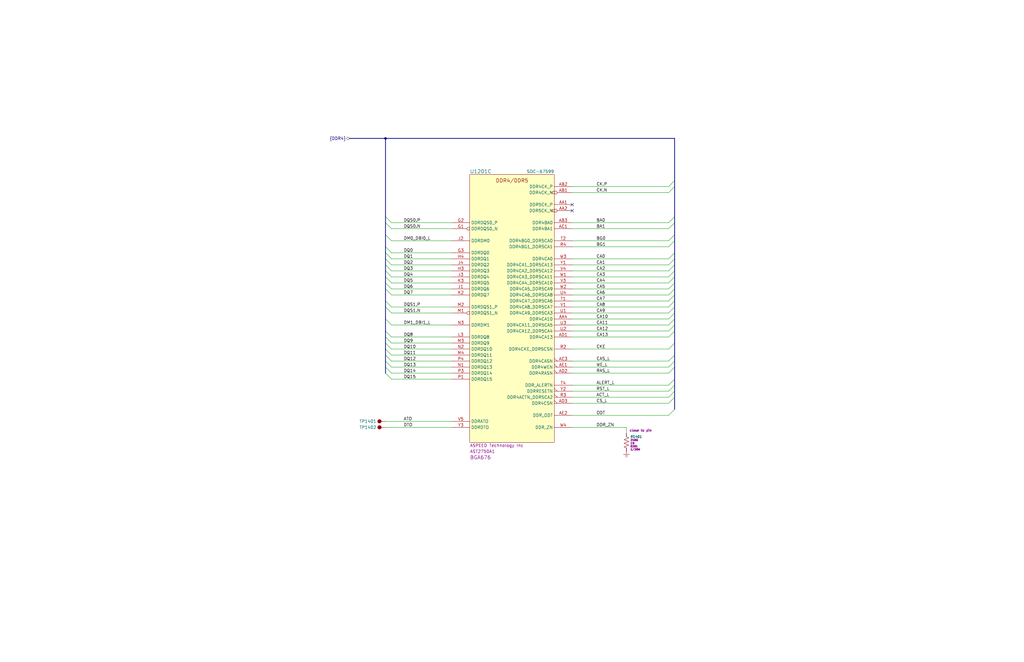
<source format=kicad_sch>
(kicad_sch (version 20231120) (generator "eeschema") (generator_version "8.0")
  (paper "B")
  (title_block (title "${PROJ}") (rev "${REV}") (company "${RPN}") (comment 1 "BMC DDR"))
  (lib_symbols
    (symbol "Mechanical:TST-01025" (pin_numbers hide) (pin_names (offset 1.016) hide) (in_bom no)
      (property "Reference" "TP" (at 3.81 0 0))
      (symbol "TST-01025_1_1"
        (pin passive line (at 0 0 0) (length 2.54) (name "~") (number "1"))
      )
    )
    (symbol "Power:GND" (power) (pin_names (offset 0)) (in_bom no) (on_board no)
      (symbol "GND_1_1"
        (pin power_in line (at 0 0 270) (length 0) hide (name "GND") (number "1"))
      )
    )
    (symbol "Resistors:RES-3240A" (pin_numbers hide) (pin_names (offset 0) hide)
      (property "Reference" "R" (at 1.27 2.54 0))
      (property "val" "240Ω" (at 1.27 1.27 0))
      (property "tol" "1%" (at 1.27 0 0))
      (property "pkg" "0201" (at 1.27 -1.27 0))
      (property "pwr" "1/20W" (at 1.27 -2.54 0))
      (symbol "RES-3240A_1_1"
        (pin passive line (at 0 3.81 270) (length 1.27) (name "~") (number "1"))
        (pin passive line (at 0 -3.81 90) (length 1.27) (name "~") (number "2"))
      )
    )
    (symbol "SoCs, non-Rivos:SOC-67599"
      (property "Reference" "U" (at -17.78 57.15 0))
      (property "Value" "SOC-67599" (at 17.78 57.15 0))
      (property "mfr" "ASPEED Technology Inc" (at -17.78 -58.42 0))
      (property "mpn" "AST2750A1" (at -17.78 -60.96 0))
      (property "pkg" "BGA676" (at -17.78 -63.5 0))
      (symbol "SOC-67599_1_1"
        (text "PCIe0" (at -8.89 22.86 0) (effects (font (size 1.524 1.524)) (justify left)))
        (text "PCIe1" (at 2.54 22.86 0) (effects (font (size 1.524 1.524)) (justify left)))
        (pin input line (at -27.94 20.32 0) (length 7.62) (name "PE0CK_P") (number "AA10"))
        (pin passive line (at -27.94 -20.32 0) (length 7.62) hide (name "VCC_PEG4_1V8[1:0]") (number "AA7"))
        (pin power_in line (at -27.94 -10.16 0) (length 7.62) (name "VCC_PEG4_0V8[1:0]") (number "AA8"))
        (pin input inverted_clock (at 27.94 17.78 180) (length 7.62) (name "PE1CK_N") (number "AA9"))
        (pin input inverted_clock (at -27.94 17.78 0) (length 7.62) (name "PE0CK_N") (number "AB10"))
        (pin passive line (at -27.94 -10.16 0) (length 7.62) hide (name "VCC_PEG4_0V8[1:0]") (number "AB8"))
        (pin input inverted (at 27.94 2.54 180) (length 7.62) (name "PE1RX_N") (number "AC7"))
        (pin output inverted (at 27.94 10.16 180) (length 7.62) (name "PE1TX_N") (number "AC9"))
        (pin input line (at 27.94 -10.16 180) (length 7.62) (name "PCIEREF") (number "AD11"))
        (pin input line (at 27.94 5.08 180) (length 7.62) (name "PE1RX_P") (number "AD7"))
        (pin output line (at 27.94 12.7 180) (length 7.62) (name "PE1TX_P") (number "AD9"))
        (pin output line (at -27.94 12.7 0) (length 7.62) (name "PE0TX_P") (number "AE10"))
        (pin bidirectional line (at 27.94 -2.54 180) (length 7.62) (name "PCIE1RSTN1v8") (number "AE3"))
        (pin input line (at -27.94 5.08 0) (length 7.62) (name "PE0RX_P") (number "AE8"))
        (pin output inverted (at -27.94 10.16 0) (length 7.62) (name "PE0TX_N") (number "AF10"))
        (pin bidirectional line (at -27.94 -2.54 0) (length 7.62) (name "PCIE0RSTN1v8") (number "AF2"))
        (pin input inverted (at -27.94 2.54 0) (length 7.62) (name "PE0RX_N") (number "AF8"))
        (pin power_in line (at -27.94 -20.32 0) (length 7.62) (name "VCC_PEG4_1V8[1:0]") (number "Y8"))
        (pin input line (at 27.94 20.32 180) (length 7.62) (name "PE1CK_P") (number "Y9"))
      )
      (symbol "SOC-67599_2_1"
        (text "DP HBR" (at 0 11.43 0) (effects (font (size 1.524 1.524))))
        (pin input line (at 27.94 -8.89 180) (length 7.62) (name "DPHPD1v8") (number "AA6"))
        (pin power_in line (at -27.94 -8.89 0) (length 7.62) (name "VCC_DP_VCC12A_1V2") (number "AB5"))
        (pin power_in line (at -27.94 1.27 0) (length 7.62) (name "VCC_DP_VCC18A_1V8") (number "AB6"))
        (pin bidirectional inverted (at -27.94 6.35 0) (length 7.62) (name "DPAUX_N") (number "AC5"))
        (pin bidirectional line (at -27.94 8.89 0) (length 7.62) (name "DPAUX_P") (number "AD5"))
        (pin output inverted (at 27.94 -1.27 180) (length 7.62) (name "DPMLTX1_N") (number "AE5"))
        (pin output inverted (at 27.94 6.35 180) (length 7.62) (name "DPMLTX0_N") (number "AE6"))
        (pin output line (at 27.94 1.27 180) (length 7.62) (name "DPMLTX1_P") (number "AF5"))
        (pin output line (at 27.94 8.89 180) (length 7.62) (name "DPMLTX0_P") (number "AF6"))
      )
      (symbol "SOC-67599_3_1"
        (text "DDR4/DDR5" (at 0 53.34 0) (effects (font (size 1.524 1.524))))
        (pin output line (at 25.4 43.18 180) (length 7.62) (name "DDR5CK_P") (number "AA1"))
        (pin output inverted_clock (at 25.4 40.64 180) (length 7.62) (name "DDR5CK_N") (number "AA2"))
        (pin bidirectional line (at 25.4 -5.08 180) (length 7.62) (name "DDR4CA10") (number "AA4"))
        (pin output inverted_clock (at 25.4 48.26 180) (length 7.62) (name "DDR4CK_N") (number "AB1"))
        (pin output line (at 25.4 50.8 180) (length 7.62) (name "DDR4CK_P") (number "AB2"))
        (pin bidirectional line (at 25.4 35.56 180) (length 7.62) (name "DDR4BA0") (number "AB3"))
        (pin bidirectional line (at 25.4 33.02 180) (length 7.62) (name "DDR4BA1") (number "AC1"))
        (pin output output_low (at 25.4 -22.86 180) (length 7.62) (name "DDR4CASN") (number "AC3"))
        (pin bidirectional line (at 25.4 -12.7 180) (length 7.62) (name "DDR4CA13") (number "AD1"))
        (pin output output_low (at 25.4 -27.94 180) (length 7.62) (name "DDR4RASN") (number "AD2"))
        (pin output output_low (at 25.4 -40.64 180) (length 7.62) (name "DDR4CSN") (number "AD3"))
        (pin output output_low (at 25.4 -25.4 180) (length 7.62) (name "DDR4WEN") (number "AE1"))
        (pin output line (at 25.4 -45.72 180) (length 7.62) (name "DDR_ODT") (number "AE2"))
        (pin bidirectional inverted (at -25.4 33.02 0) (length 7.62) (name "DDRDQS0_N") (number "G1"))
        (pin bidirectional line (at -25.4 35.56 0) (length 7.62) (name "DDRDQS0_P") (number "G2"))
        (pin bidirectional line (at -25.4 22.86 0) (length 7.62) (name "DDRDQ0") (number "G3"))
        (pin bidirectional line (at -25.4 15.24 0) (length 7.62) (name "DDRDQ3") (number "H3"))
        (pin bidirectional line (at -25.4 20.32 0) (length 7.62) (name "DDRDQ1") (number "H4"))
        (pin bidirectional line (at -25.4 7.62 0) (length 7.62) (name "DDRDQ6") (number "J1"))
        (pin output line (at -25.4 27.94 0) (length 7.62) (name "DDRDM0") (number "J2"))
        (pin bidirectional line (at -25.4 12.7 0) (length 7.62) (name "DDRDQ4") (number "J3"))
        (pin bidirectional line (at -25.4 17.78 0) (length 7.62) (name "DDRDQ2") (number "J4"))
        (pin bidirectional line (at -25.4 5.08 0) (length 7.62) (name "DDRDQ7") (number "K2"))
        (pin bidirectional line (at -25.4 10.16 0) (length 7.62) (name "DDRDQ5") (number "K3"))
        (pin bidirectional line (at -25.4 -12.7 0) (length 7.62) (name "DDRDQ8") (number "L3"))
        (pin bidirectional inverted (at -25.4 -2.54 0) (length 7.62) (name "DDRDQS1_N") (number "M1"))
        (pin bidirectional line (at -25.4 0 0) (length 7.62) (name "DDRDQS1_P") (number "M2"))
        (pin bidirectional line (at -25.4 -15.24 0) (length 7.62) (name "DDRDQ9") (number "M3"))
        (pin bidirectional line (at -25.4 -20.32 0) (length 7.62) (name "DDRDQ11") (number "M4"))
        (pin bidirectional line (at -25.4 -25.4 0) (length 7.62) (name "DDRDQ13") (number "N1"))
        (pin bidirectional line (at -25.4 -17.78 0) (length 7.62) (name "DDRDQ10") (number "N2"))
        (pin output line (at -25.4 -7.62 0) (length 7.62) (name "DDRDM1") (number "N3"))
        (pin bidirectional line (at -25.4 -30.48 0) (length 7.62) (name "DDRDQ15") (number "P1"))
        (pin bidirectional line (at -25.4 -27.94 0) (length 7.62) (name "DDRDQ14") (number "P3"))
        (pin bidirectional line (at -25.4 -22.86 0) (length 7.62) (name "DDRDQ12") (number "P4"))
        (pin bidirectional line (at 25.4 -17.78 180) (length 7.62) (name "DDR4CKE_DDR5CSN") (number "R2"))
        (pin output output_low (at 25.4 -38.1 180) (length 7.62) (name "DDR4ACTN_DDR5CA2") (number "R3"))
        (pin bidirectional line (at 25.4 25.4 180) (length 7.62) (name "DDR4BG1_DDR5CA1") (number "R4"))
        (pin bidirectional line (at 25.4 2.54 180) (length 7.62) (name "DDR4CA7_DDR5CA6") (number "T1"))
        (pin bidirectional line (at 25.4 27.94 180) (length 7.62) (name "DDR4BG0_DDR5CA0") (number "T2"))
        (pin open_collector line (at 25.4 -33.02 180) (length 7.62) (name "DDR_ALERTN") (number "T4"))
        (pin bidirectional line (at 25.4 -2.54 180) (length 7.62) (name "DDR4CA9_DDR5CA3") (number "U1"))
        (pin bidirectional line (at 25.4 -10.16 180) (length 7.62) (name "DDR4CA12_DDR5CA4") (number "U2"))
        (pin bidirectional line (at 25.4 -7.62 180) (length 7.62) (name "DDR4CA11_DDR5CA5") (number "U3"))
        (pin bidirectional line (at 25.4 5.08 180) (length 7.62) (name "DDR4CA6_DDR5CA8") (number "U4"))
        (pin bidirectional line (at 25.4 0 180) (length 7.62) (name "DDR4CA8_DDR5CA7") (number "V1"))
        (pin bidirectional line (at 25.4 10.16 180) (length 7.62) (name "DDR4CA4_DDR5CA10") (number "V3"))
        (pin bidirectional line (at 25.4 15.24 180) (length 7.62) (name "DDR4CA2_DDR5CA12") (number "V4"))
        (pin output line (at -25.4 -48.26 0) (length 7.62) (name "DDRATO") (number "V5"))
        (pin bidirectional line (at 25.4 12.7 180) (length 7.62) (name "DDR4CA3_DDR5CA11") (number "W1"))
        (pin bidirectional line (at 25.4 7.62 180) (length 7.62) (name "DDR4CA5_DDR5CA9") (number "W2"))
        (pin bidirectional line (at 25.4 20.32 180) (length 7.62) (name "DDR4CA0") (number "W3"))
        (pin input line (at 25.4 -50.8 180) (length 7.62) (name "DDR_ZN") (number "W4"))
        (pin bidirectional line (at 25.4 17.78 180) (length 7.62) (name "DDR4CA1_DDR5CA13") (number "Y1"))
        (pin output output_low (at 25.4 -35.56 180) (length 7.62) (name "DDRRESETN") (number "Y2"))
        (pin output line (at -25.4 -50.8 0) (length 7.62) (name "DDRDTO") (number "Y3"))
      )
      (symbol "SOC-67599_4_1"
        (text "UFS 2.1" (at 0 13.97 0) (effects (font (size 1.524 1.524))))
        (pin output line (at 27.94 11.43 180) (length 7.62) (name "UFSTX0_P") (number "A2"))
        (pin input line (at 27.94 -8.89 180) (length 7.62) (name "UFSRX1_P") (number "B1"))
        (pin output inverted (at 27.94 8.89 180) (length 7.62) (name "UFSTX0_N") (number "B2"))
        (pin input inverted (at 27.94 -11.43 180) (length 7.62) (name "UFSRX1_N") (number "C1"))
        (pin output line (at 27.94 6.35 180) (length 7.62) (name "UFSTX1_P") (number "C2"))
        (pin input line (at 27.94 -3.81 180) (length 7.62) (name "UFSRX0_P") (number "D1"))
        (pin output inverted (at 27.94 3.81 180) (length 7.62) (name "UFSTX1_N") (number "D2"))
        (pin input inverted (at 27.94 -6.35 180) (length 7.62) (name "UFSRX0_N") (number "E1"))
        (pin output clock (at -27.94 11.43 0) (length 7.62) (name "UFSREFCK1v2") (number "E2"))
        (pin output output_low (at -27.94 6.35 0) (length 7.62) (name "UFSRSTN1v2") (number "F2"))
        (pin power_in line (at -27.94 -11.43 0) (length 7.62) (name "VCC_UFS_0V8") (number "K7"))
        (pin power_in line (at -27.94 -1.27 0) (length 7.62) (name "VCC_UFS_1V8") (number "L8"))
      )
      (symbol "SOC-67599_5_1"
        (text "USB2C supports USB-to-UART\n(access to UART11 and UART12)" (at -5.08 16.51 0) (effects (font (size 1 1)) (justify left)))
        (text "USB3.1 Gen2" (at 0 39.37 0) (effects (font (size 1.524 1.524))))
        (pin output inverted (at -27.94 34.29 0) (length 7.62) (name "USB3ATX_N") (number "A3"))
        (pin bidirectional line (at 27.94 29.21 180) (length 7.62) (name "USB2B_P") (number "A4"))
        (pin input inverted (at -27.94 11.43 0) (length 7.62) (name "USB3BRX_N") (number "A5"))
        (pin output line (at -27.94 36.83 0) (length 7.62) (name "USB3ATX_P") (number "B3"))
        (pin bidirectional inverted (at 27.94 26.67 180) (length 7.62) (name "USB2B_N") (number "B4"))
        (pin input line (at -27.94 13.97 0) (length 7.62) (name "USB3BRX_P") (number "B5"))
        (pin bidirectional line (at 27.94 36.83 180) (length 7.62) (name "USB2A_P") (number "C3"))
        (pin input line (at -27.94 29.21 0) (length 7.62) (name "USB3ARX_P") (number "C5"))
        (pin bidirectional inverted (at 27.94 34.29 180) (length 7.62) (name "USB2A_N") (number "D3"))
        (pin input inverted (at -27.94 26.67 0) (length 7.62) (name "USB3ARX_N") (number "D5"))
        (pin input line (at 27.94 -31.75 180) (length 7.62) (name "USB2ATXRTUNE") (number "E3"))
        (pin input line (at -27.94 -31.75 0) (length 7.62) (name "USB3RESREF") (number "E4"))
        (pin output line (at -27.94 21.59 0) (length 7.62) (name "USB3BTX_P") (number "E6"))
        (pin input line (at 27.94 -36.83 180) (length 7.62) (name "USB2BTXRTUNE") (number "F5"))
        (pin output inverted (at -27.94 19.05 0) (length 7.62) (name "USB3BTX_N") (number "F6"))
        (pin power_in line (at 27.94 3.81 180) (length 7.62) (name "VCCA_USB2C_3V3") (number "G15"))
        (pin input clock (at -27.94 6.35 0) (length 7.62) (name "USB25CK_P") (number "G6"))
        (pin bidirectional line (at 27.94 21.59 180) (length 7.62) (name "USB2C_P") (number "H15"))
        (pin input inverted_clock (at -27.94 3.81 0) (length 7.62) (name "USB25CK_N") (number "H6"))
        (pin bidirectional inverted (at 27.94 19.05 180) (length 7.62) (name "USB2C_N") (number "J15"))
        (pin power_in line (at 27.94 6.35 180) (length 7.62) (name "VCC_USB2_3V3") (number "J7"))
        (pin power_in line (at -27.94 -8.89 0) (length 7.62) (name "VCC_USB3_1V8[1:0]") (number "K10"))
        (pin power_in line (at 27.94 -19.05 180) (length 7.62) (name "VCC_USB2_0V8") (number "K11"))
        (pin power_in line (at 27.94 1.27 180) (length 7.62) (name "VCCA_USB2D_3V3") (number "K14"))
        (pin bidirectional line (at 27.94 13.97 180) (length 7.62) (name "USB2D_P") (number "K15"))
        (pin power_in line (at -27.94 -19.05 0) (length 7.62) (name "VCC_USB3_0V8[1:0]") (number "K9"))
        (pin passive line (at -27.94 -8.89 0) (length 7.62) hide (name "VCC_USB3_1V8[1:0]") (number "L10"))
        (pin power_in line (at 27.94 -8.89 180) (length 7.62) (name "VCC_USB2_1V8") (number "L11"))
        (pin bidirectional inverted (at 27.94 11.43 180) (length 7.62) (name "USB2D_N") (number "L15"))
        (pin passive line (at -27.94 -19.05 0) (length 7.62) hide (name "VCC_USB3_0V8[1:0]") (number "L9"))
      )
      (symbol "SOC-67599_6_1"
        (text "eMMC" (at -5.08 36.83 0) (effects (font (size 1.524 1.524))))
        (text "JTAG0 (M/S)" (at 7.62 29.21 0) (effects (font (size 1.524 1.524)) (justify left)))
        (text "JTAG1 (M)" (at 1.27 12.7 0) (effects (font (size 1.524 1.524)) (justify left)))
        (text "LTPI1 Rx" (at 10.16 -24.13 0) (effects (font (size 1.524 1.524)) (justify left)))
        (text "LTPI1 Tx" (at 10.16 -8.89 0) (effects (font (size 1.524 1.524)) (justify left)))
        (text "LTPI2 Rx" (at -10.16 -24.13 0) (effects (font (size 1.524 1.524)) (justify right)))
        (text "LTPI2 Tx" (at -10.16 -8.89 0) (effects (font (size 1.524 1.524)) (justify right)))
        (pin input line (at 45.72 29.21 180) (length 7.62) (name "TMS01v8") (number "AA5"))
        (pin bidirectional line (at -45.72 21.59 0) (length 7.62) (name "EMMCDAT3_GPIO18A5") (number "AB13"))
        (pin input input_low (at -45.72 1.27 0) (length 7.62) (name "EMMCCDN_VB0CSN_GPIO18A6") (number "AB14"))
        (pin bidirectional line (at -45.72 13.97 0) (length 7.62) (name "EMMCDAT5_VB0MISO_GPIO18B1_UFSCLKI") (number "AC13"))
        (pin output clock (at -45.72 34.29 0) (length 7.62) (name "EMMCCLK_VB1CSN_GPIO18A0") (number "AC14"))
        (pin input inverted (at 45.72 -29.21 180) (length 7.62) (name "LTPI1RX_N") (number "AC21"))
        (pin output line (at 45.72 -11.43 180) (length 7.62) (name "LTPI1TX_P") (number "AC23"))
        (pin bidirectional line (at -45.72 11.43 0) (length 7.62) (name "EMMCDAT6_DDCCLK_GPIO18B2") (number "AD13"))
        (pin bidirectional line (at -45.72 29.21 0) (length 7.62) (name "EMMCDAT0_VB1MOSI_GPIO18A2") (number "AD14"))
        (pin input line (at 45.72 -26.67 180) (length 7.62) (name "LTPI1RX_P") (number "AD21"))
        (pin output inverted (at 45.72 -13.97 180) (length 7.62) (name "LTPI1TX_N") (number "AD23"))
        (pin input input_low (at 45.72 34.29 180) (length 7.62) (name "NTRST01v8") (number "AD4"))
        (pin bidirectional line (at -45.72 8.89 0) (length 7.62) (name "EMMCDAT7_DDCDAT_GPIO18B3") (number "AE13"))
        (pin bidirectional line (at -45.72 26.67 0) (length 7.62) (name "EMMCDAT1_VB1MISO_GPIO18A3") (number "AE14"))
        (pin bidirectional line (at -45.72 3.81 0) (length 7.62) (name "EMMCCMD_VB1CK_GPIO18A1") (number "AE15"))
        (pin input inverted_clock (at 45.72 -21.59 180) (length 7.62) (name "LTPI1RXCK_N") (number "AE22"))
        (pin output inverted (at 45.72 -6.35 180) (length 7.62) (name "LTPI1TXCK_N") (number "AE24"))
        (pin input line (at 45.72 24.13 180) (length 7.62) (name "TDI01v8") (number "AE4"))
        (pin bidirectional line (at -45.72 16.51 0) (length 7.62) (name "EMMCDAT4_VB0MOSI_GPIO18B0") (number "AF13"))
        (pin bidirectional line (at -45.72 24.13 0) (length 7.62) (name "EMMCDAT2_GPIO18A4") (number "AF14"))
        (pin input clock (at 45.72 -19.05 180) (length 7.62) (name "LTPI1RXCK_P") (number "AF22"))
        (pin output line (at 45.72 -3.81 180) (length 7.62) (name "LTPI1TXCK_P") (number "AF24"))
        (pin input clock (at 45.72 31.75 180) (length 7.62) (name "TCK01v8") (number "AF3"))
        (pin output line (at 45.72 26.67 180) (length 7.62) (name "TDO01v8") (number "AF4"))
        (pin output output_low (at 45.72 19.05 180) (length 7.62) (name "GPIOQ2_MNTRST13v3") (number "D12"))
        (pin output line (at 45.72 13.97 180) (length 7.62) (name "GPIOQ4_MTMS13v3") (number "E11"))
        (pin output line (at 45.72 16.51 180) (length 7.62) (name "GPIOQ3_MTCK13v3") (number "F10"))
        (pin output line (at 45.72 11.43 180) (length 7.62) (name "GPIOQ5_MTDI13v3") (number "F11"))
        (pin input line (at 45.72 8.89 180) (length 7.62) (name "GPIOQ6_MTDO13v3") (number "F13"))
        (pin power_in line (at 45.72 3.81 180) (length 7.62) (name "VCC_BMC_3V3[3:0]") (number "G13"))
        (pin power_in line (at -45.72 -34.29 0) (length 7.62) (name "VCC_LTPIIO2_1V8[1:0]") (number "P19"))
        (pin power_in line (at 45.72 -34.29 180) (length 7.62) (name "VCC_LTPIIO_1V8[1:0]") (number "P20"))
        (pin passive line (at 45.72 -34.29 180) (length 7.62) hide (name "VCC_LTPIIO_1V8[1:0]") (number "P21"))
        (pin passive line (at -45.72 -34.29 0) (length 7.62) hide (name "VCC_LTPIIO2_1V8[1:0]") (number "R20"))
        (pin output inverted (at -45.72 -6.35 0) (length 7.62) (name "LTPI2TXCK_N") (number "T25"))
        (pin output line (at -45.72 -3.81 0) (length 7.62) (name "LTPI2TXCK_P") (number "T26"))
        (pin output inverted (at -45.72 -13.97 0) (length 7.62) (name "LTPI2TX_N") (number "U23"))
        (pin output line (at -45.72 -11.43 0) (length 7.62) (name "LTPI2TX_P") (number "U24"))
        (pin input inverted_clock (at -45.72 -21.59 0) (length 7.62) (name "LTPI2RXCK_N") (number "V25"))
        (pin input clock (at -45.72 -19.05 0) (length 7.62) (name "LTPI2RXCK_P") (number "V26"))
        (pin input inverted (at -45.72 -29.21 0) (length 7.62) (name "LTPI2RX_N") (number "W23"))
        (pin input line (at -45.72 -26.67 0) (length 7.62) (name "LTPI2RX_P") (number "W24"))
      )
      (symbol "SOC-67599_7_1"
        (text "eSPI0/1" (at 0 13.97 0) (effects (font (size 1.524 1.524))))
        (pin input input_low (at -58.42 3.81 0) (length 7.62) (name "ESPI0CSN_L0FRAMEN_GPIOM5") (number "B13"))
        (pin bidirectional line (at -58.42 -6.35 0) (length 7.62) (name "ESPI0D3_L0AD3_GPIOM3") (number "B14"))
        (pin bidirectional line (at -58.42 -3.81 0) (length 7.62) (name "ESPI0D2_L0AD2_GPIOM2") (number "B15"))
        (pin bidirectional line (at -58.42 1.27 0) (length 7.62) (name "ESPI0D0_L0AD0_GPIOM0") (number "B16"))
        (pin open_collector line (at 58.42 6.35 180) (length 7.62) (name "ESPI1ALTN_L1SIRQN_SD0CMD_GPIOA2_SDA3_VPIVS") (number "C11"))
        (pin bidirectional line (at 58.42 -3.81 180) (length 7.62) (name "ESPI1D2_L1AD2_SD0DAT2_GPIOA6_SDA2") (number "C12"))
        (pin bidirectional line (at 58.42 -6.35 180) (length 7.62) (name "ESPI1D3_L1AD3_SD0DAT3_GPIOA7_SCL3") (number "C13"))
        (pin input input_low (at 58.42 8.89 180) (length 7.62) (name "ESPI1RSTN_LPC1RSTN_SD0CDN_GPIOA1_SCL1_VPIHS") (number "C14"))
        (pin input input_low (at -58.42 8.89 0) (length 7.62) (name "ESPI0RSTN_LPC0RSTN_GPIOM7") (number "C15"))
        (pin input clock (at 58.42 11.43 180) (length 7.62) (name "ESPI1CK_L1CLK_SD0CLK_GPIOA0_SCL0_VPICLK") (number "C16"))
        (pin input clock (at -58.42 11.43 0) (length 7.62) (name "ESPI0CK_L0CLK_OSCCLK_GPIOM4") (number "C17"))
        (pin bidirectional line (at 58.42 -1.27 180) (length 7.62) (name "ESPI1D1_L1AD1_SD0DAT1_GPIOA5_SCL2_VPIR1") (number "D10"))
        (pin bidirectional line (at -58.42 -1.27 0) (length 7.62) (name "ESPI0D1_L0AD1_GPIOM1") (number "D14"))
        (pin input input_low (at 58.42 3.81 180) (length 7.62) (name "ESPI1CSN_L1FRAMEN_SD0WPN_GPIOA3_SDA0_VPIDE") (number "D9"))
        (pin open_collector line (at -58.42 6.35 0) (length 7.62) (name "ESPI0ALTN_L0SIRQN_GPIOM6") (number "E14"))
        (pin bidirectional line (at 58.42 1.27 180) (length 7.62) (name "ESPI1D0_L1AD0_SD0DAT0_GPIOA4_SDA1_VPIR0") (number "F14"))
        (pin power_in line (at 58.42 -11.43 180) (length 7.62) (name "VCC_ESPI1_1V8_3V3") (number "G17"))
        (pin power_in line (at -58.42 -11.43 0) (length 7.62) (name "VCC_ESPI0_1V8_3V3") (number "G18"))
      )
      (symbol "SOC-67599_8_1"
        (text "AST27x0A1: BOOT_FROM_UART strap at pin W16\n0: Disable (int. pulldown)\n1: Enable (ext. pullup required)" (at -29.21 -17.78 0) (effects (font (size 1 1)) (justify left)))
        (text "AST27x0A1: HeartBeat LED function strap at pin AC16\n0: Enable (int. pulldown)\n1: Disable (ext. pullup required)" (at -36.83 12.7 0) (effects (font (size 1 1)) (justify left)))
        (text "AST27x0A1: LTPI CRC mode sel. strap at pin AA14\n0: CRC option 1 (int. pulldown)\n1: CRC option 2" (at -29.21 -11.43 0) (effects (font (size 1 1)) (justify left)))
        (text "Debug / Boot from UART" (at -6.35 -26.67 0) (effects (font (size 1.524 1.524)) (justify left)))
        (text "UART / GPIO" (at -1.27 33.02 0) (effects (font (size 1.524 1.524))))
        (pin bidirectional line (at -52.07 -7.62 0) (length 7.62) (name "GPIOF5_NRTS1") (number "AA14"))
        (pin bidirectional line (at -52.07 5.08 0) (length 7.62) (name "GPIOF0_NCTS1_SIOONCTRLN1_HPM1GPO0") (number "AA15"))
        (pin bidirectional line (at -52.07 27.94 0) (length 7.62) (name "GPIOE1_NDCD0_SIOPBIN1") (number "AA16"))
        (pin bidirectional line (at 52.07 20.32 180) (length 7.62) (name "GPIOG3_RXD3_WDTRST1N_PWM9_SDA12_SM1CLKI") (number "AA17"))
        (pin bidirectional line (at -52.07 2.54 0) (length 7.62) (name "GPIOF1_NDCD1_SIOPWRGD1_HPM1GPO1") (number "AB15"))
        (pin bidirectional line (at -52.07 17.78 0) (length 7.62) (name "GPIOE5_NRTS0_SIOPWREQN1") (number "AB16"))
        (pin output line (at 52.07 7.62 180) (length 7.62) (name "TXD5_GPIOG4_WDTRST2N_PWM10_SCL13_SM1MOSII") (number "AB17"))
        (pin bidirectional line (at 52.07 30.48 180) (length 7.62) (name "GPIOG0_TXD2") (number "AB18"))
        (pin bidirectional line (at -52.07 0 0) (length 7.62) (name "GPIOF2_NDSR1_SALT2") (number "AC15"))
        (pin output line (at -52.07 15.24 0) (length 7.62) (name "TXD0") (number "AC16"))
        (pin bidirectional line (at 52.07 0 180) (length 7.62) (name "GPIOG6_TXD6_PWM12_SALT0_SCL14_SM1IO2I") (number "AC17"))
        (pin bidirectional line (at 52.07 27.94 180) (length 7.62) (name "GPIOG1_RXD2_SCL12") (number "AC18"))
        (pin output line (at 52.07 15.24 180) (length 7.62) (name "TXD41v8") (number "AD12"))
        (pin bidirectional line (at -52.07 -2.54 0) (length 7.62) (name "GPIOF3_NRI1_SALT3") (number "AD15"))
        (pin input line (at 52.07 5.08 180) (length 7.62) (name "RXD5_GPIOG5_WDTRST3N_PWM11_SDA13_SM1MISOI") (number "AD16"))
        (pin bidirectional line (at 52.07 -2.54 180) (length 7.62) (name "GPIOG7_RXD6_PWM13_SALT1_SDA14_SM1IO3I") (number "AD17"))
        (pin input line (at 52.07 12.7 180) (length 7.62) (name "RXD41v8") (number "AE12"))
        (pin bidirectional line (at 52.07 -5.08 180) (length 7.62) (name "GPIOH0_TXD7_PWM14_SCL15_SM1CS0NO") (number "AE16"))
        (pin bidirectional line (at 52.07 -7.62 180) (length 7.62) (name "GPIOH1_RXD7_PWM15_SDA15_SM1MUXSEL") (number "AE17"))
        (pin input line (at -52.07 12.7 0) (length 7.62) (name "RXD0") (number "AF16"))
        (pin bidirectional line (at -52.07 30.48 0) (length 7.62) (name "GPIOE0_NCTS0_SIOPBON1") (number "AF17"))
        (pin output line (at 52.07 -22.86 180) (length 7.62) (name "BMCUART_TXD12") (number "D11"))
        (pin input line (at 52.07 -25.4 180) (length 7.62) (name "BMCUART_RXD12") (number "D13"))
        (pin power_in line (at 52.07 -30.48 180) (length 7.62) (name "VCC_BMC_3V3[3:0]") (number "G14"))
        (pin power_in line (at 52.07 -12.7 180) (length 7.62) (name "VCC_PG2_1V8_3V3[1:0]") (number "H16"))
        (pin bidirectional line (at -52.07 20.32 0) (length 7.62) (name "GPIOE4_NDTR0_SIOS5N1") (number "J13"))
        (pin passive line (at 52.07 -12.7 180) (length 7.62) hide (name "VCC_PG2_1V8_3V3[1:0]") (number "J16"))
        (pin bidirectional line (at 52.07 22.86 180) (length 7.62) (name "GPIOG2_TXD3_WDTRST0N_PWM8_SM1CS0NI") (number "K13"))
        (pin power_in line (at -52.07 -22.86 0) (length 7.62) (name "VCC_SYSUART_1V8_3V3[1:0]") (number "K16"))
        (pin passive line (at -52.07 -22.86 0) (length 7.62) hide (name "VCC_SYSUART_1V8_3V3[1:0]") (number "L16"))
        (pin bidirectional line (at -52.07 -12.7 0) (length 7.62) (name "GPIOF7_RXD1") (number "V16"))
        (pin bidirectional line (at -52.07 22.86 0) (length 7.62) (name "GPIOE3_NRI0_SIOS3N1") (number "V17"))
        (pin bidirectional line (at -52.07 -10.16 0) (length 7.62) (name "GPIOF6_TXD1") (number "W16"))
        (pin bidirectional line (at -52.07 -5.08 0) (length 7.62) (name "GPIOF4_NDTR1_HPM1GPO2") (number "Y15"))
        (pin bidirectional line (at -52.07 25.4 0) (length 7.62) (name "GPIOE2_NDSR0_SIOSCIN1") (number "Y16"))
      )
      (symbol "SOC-67599_9_1"
        (text "MISC" (at 0 11.43 0) (effects (font (size 1.524 1.524))))
        (text "PECI" (at -1.27 -3.81 0) (effects (font (size 1.524 1.524)) (justify left)))
        (pin input input_low (at -33.02 3.81 0) (length 7.62) (name "SRSTN1v8") (number "AB11"))
        (pin input input_low (at -33.02 1.27 0) (length 7.62) (name "EXTRSTN1v8") (number "AB12"))
        (pin output output_low (at -33.02 -6.35 0) (length 7.62) (name "RSTIND1v8") (number "AB4"))
        (pin input line (at 33.02 8.89 180) (length 7.62) (name "ENTEST1v8") (number "AC11"))
        (pin input clock (at -33.02 8.89 0) (length 7.62) (name "CLKIN1v8") (number "AC12"))
        (pin bidirectional line (at 33.02 -1.27 180) (length 7.62) (name "PECI") (number "AD24"))
        (pin input input_low (at -33.02 -1.27 0) (length 7.62) (name "SSPRSTN1v8") (number "AF12"))
        (pin input input_low (at -33.02 -8.89 0) (length 7.62) (name "TSTRSTN") (number "AF15"))
        (pin power_in line (at 33.02 -6.35 180) (length 7.62) (name "VCC_PECIVDD_1V0") (number "L23"))
        (pin input input_low (at 33.02 3.81 180) (length 7.62) (name "CHASIN") (number "V15"))
      )
      (symbol "SOC-67599_10_1"
        (text "GPIO / TACH / PWM" (at 0 22.86 0) (effects (font (size 1.524 1.524))))
        (text "SCMGPO[11:0] will drive output 0 during power on until uboot \nconfiguration, make sure no harm to the peripherals connected." (at -49.53 -19.05 0) (effects (font (size 1 1)) (justify left)))
        (pin bidirectional line (at -58.42 17.78 0) (length 7.62) (name "GPIOB1_TACH1_THRUOUT0_SCMGPO1_VPIR3") (number "AA25"))
        (pin bidirectional line (at -58.42 15.24 0) (length 7.62) (name "GPIOB2_TACH2_THRUIN1_SCMGPO2_VPIR4") (number "AB23"))
        (pin bidirectional line (at 58.42 20.32 180) (length 7.62) (name "GPIOC2_TACH10_SALT12_NCTS6_SCMGPO10_VPIG4") (number "AB26"))
        (pin bidirectional line (at -58.42 20.32 0) (length 7.62) (name "GPIOB0_TACH0_THRUIN0_SCMGPO0_VPIR2") (number "AC26"))
        (pin bidirectional line (at 58.42 -15.24 180) (length 7.62) (name "GPIOD7_PWM7_SIOPWRGD0_SM0MUXSEL_HPM0GPO3") (number "AD22"))
        (pin bidirectional line (at 58.42 0 180) (length 7.62) (name "GPIOD1_PWM1_SIOPBIN0_SM0CLKI_HPM0GPI1_VPIB3") (number "AD25"))
        (pin bidirectional line (at 58.42 17.78 180) (length 7.62) (name "GPIOC3_TACH11_SALT13_NDCD6_SCMGPO11_VPIG5") (number "AD26"))
        (pin bidirectional line (at 58.42 -10.16 180) (length 7.62) (name "GPIOD5_PWM5_SIOPWREQN0_SM0IO3I_HPM0GPO1_VPIB7") (number "AE21"))
        (pin bidirectional line (at 58.42 -12.7 180) (length 7.62) (name "GPIOD6_PWM6_SIOONCTRLN0_SM0CS0NO_HPM0GPO2") (number "AE23"))
        (pin bidirectional line (at 58.42 2.54 180) (length 7.62) (name "GPIOD0_PWM0_SIOPBON0_SM0CS0NI_HPM0GPI0_VPIB2") (number "AE25"))
        (pin bidirectional line (at 58.42 12.7 180) (length 7.62) (name "GPIOC5_TACH13_SALT15_NRI6_SCMGPI1_VPIG7") (number "AE26"))
        (pin bidirectional line (at 58.42 -5.08 180) (length 7.62) (name "GPIOD3_PWM3_SIOS3N0_SM0MISOI_HPM0GPI3_VPIB5") (number "AF20"))
        (pin bidirectional line (at 58.42 -7.62 180) (length 7.62) (name "GPIOD4_PWM4_SIOS5N0_SM0IO2I_HPM0GPO0_VPIB6") (number "AF21"))
        (pin bidirectional line (at 58.42 -2.54 180) (length 7.62) (name "GPIOD2_PWM2_SIOSCIN0_SM0MOSII_HPM0GPI2_VPIB4") (number "AF23"))
        (pin bidirectional line (at 58.42 7.62 180) (length 7.62) (name "GPIOC7_TACH15_NRTS6_SM0CS0NI_SCMGPI3_VPIB1") (number "AF25"))
        (pin bidirectional line (at 58.42 10.16 180) (length 7.62) (name "GPIOC6_TACH14_NDTR6_SCMGPI2_VPIB0") (number "AF26"))
        (pin power_in line (at 58.42 -20.32 180) (length 7.62) (name "VCC_PG1_1V8_3V3[1:0]") (number "L25"))
        (pin power_in line (at -58.42 -7.62 0) (length 7.62) (name "VCC_PG0_1V8_3V3") (number "M24"))
        (pin passive line (at 58.42 -20.32 180) (length 7.62) hide (name "VCC_PG1_1V8_3V3[1:0]") (number "M25"))
        (pin bidirectional line (at -58.42 2.54 0) (length 7.62) (name "GPIOB7_TACH7_NRI5_SCMGPO7_VPIG1") (number "N25"))
        (pin bidirectional line (at -58.42 7.62 0) (length 7.62) (name "GPIOB5_TACH5_NDCD5_SCMGPO5_VPIR7") (number "N26"))
        (pin bidirectional line (at -58.42 5.08 0) (length 7.62) (name "GPIOB6_TACH6_NDSR5_SCMGPO6_VPIG0") (number "P25"))
        (pin bidirectional line (at 58.42 15.24 180) (length 7.62) (name "GPIOC4_TACH12_SALT14_NDSR6_SCMGPI0_VPIG6") (number "P26"))
        (pin bidirectional line (at -58.42 12.7 0) (length 7.62) (name "GPIOB3_TACH3_THRUOUT1_SCMGPO3_VPIR5") (number "U22"))
        (pin bidirectional line (at -58.42 10.16 0) (length 7.62) (name "GPIOB4_TACH4_NCTS5_SCMGPO4_VPIR6") (number "V21"))
        (pin bidirectional line (at -58.42 0 0) (length 7.62) (name "GPIOC0_TACH8_NDTR5_SCMGPO8_VPIG2") (number "V23"))
        (pin bidirectional line (at -58.42 -2.54 0) (length 7.62) (name "GPIOC1_TACH9_NRTS5_SCMGPO9_VPIG3") (number "W22"))
      )
      (symbol "SOC-67599_11_1"
        (text "FSI/I3CLV1" (at -15.24 -25.4 0) (effects (font (size 1.524 1.524)) (justify left)))
        (text "I3CHV0" (at 7.62 26.67 0) (effects (font (size 1.524 1.524)) (justify left)))
        (text "I3CHV1" (at -15.24 26.67 0) (effects (font (size 1.524 1.524)) (justify left)))
        (text "I3CLV1" (at -15.24 -5.08 0) (effects (font (size 1.524 1.524)) (justify left)))
        (pin bidirectional line (at -55.88 -2.54 0) (length 7.62) (name "GPIOJ3_I3CSDA5") (number "AA20"))
        (pin bidirectional line (at -55.88 -20.32 0) (length 7.62) (name "GPIOK2_I3CSCL9_FSI1CLK") (number "AA21"))
        (pin bidirectional line (at -55.88 -5.08 0) (length 7.62) (name "GPIOJ4_I3CSCL6") (number "AA22"))
        (pin bidirectional line (at -55.88 27.94 0) (length 7.62) (name "GPIOI4_HVI3C14SCL_SCL14") (number "AA23"))
        (pin bidirectional line (at 55.88 30.48 180) (length 7.62) (name "GPIOL3_HVI3CSDA1_SDA9") (number "AA24"))
        (pin bidirectional line (at 55.88 25.4 180) (length 7.62) (name "GPIOL5_HVI3CSDA2_SDA10") (number "AA26"))
        (pin bidirectional line (at -55.88 -7.62 0) (length 7.62) (name "GPIOJ5_I3CSDA6") (number "AB20"))
        (pin bidirectional line (at -55.88 -22.86 0) (length 7.62) (name "GPIOK3_I3CSDA9_FSI1DATA") (number "AB21"))
        (pin bidirectional line (at -55.88 22.86 0) (length 7.62) (name "GPIOI6_HVI3C15SCL_SCL15") (number "AB22"))
        (pin bidirectional line (at -55.88 -25.4 0) (length 7.62) (name "GPIOK4_I3CSCL10_FSI2CLK") (number "AC19"))
        (pin bidirectional line (at -55.88 -17.78 0) (length 7.62) (name "GPIOK1_I3CSDA8_FSI0DATA") (number "AC20"))
        (pin bidirectional line (at -55.88 25.4 0) (length 7.62) (name "GPIOI5_HVI3C14SDA_SDA14") (number "AC22"))
        (pin bidirectional line (at -55.88 -33.02 0) (length 7.62) (name "GPIOK7_I3CSDA11_FSI3DATA") (number "AD18"))
        (pin bidirectional line (at -55.88 -30.48 0) (length 7.62) (name "GPIOK6_I3CSCL11_FSI3CLK") (number "AD19"))
        (pin bidirectional line (at -55.88 -15.24 0) (length 7.62) (name "GPIOK0_I3CSCL8_FSI0CLK") (number "AD20"))
        (pin bidirectional line (at -55.88 -27.94 0) (length 7.62) (name "GPIOK5_I3CSDA10_FSI2DATA") (number "AE18"))
        (pin bidirectional line (at -55.88 -12.7 0) (length 7.62) (name "GPIOJ7_I3CSDA7") (number "AE19"))
        (pin bidirectional line (at -55.88 5.08 0) (length 7.62) (name "GPIOJ0_I3CSCL4") (number "AE20"))
        (pin bidirectional line (at -55.88 -10.16 0) (length 7.62) (name "GPIOJ6_I3CSCL7") (number "AF18"))
        (pin bidirectional line (at -55.88 2.54 0) (length 7.62) (name "GPIOJ1_I3CSDA4") (number "AF19"))
        (pin power_in line (at -55.88 -38.1 0) (length 7.62) (name "VCC_I3CVDDL1_1V0[2:0]") (number "N24"))
        (pin power_in line (at 55.88 15.24 180) (length 7.62) (name "VCC_I3CVDDH0_1V8_3V3[1:0]") (number "P22"))
        (pin passive line (at 55.88 15.24 180) (length 7.62) hide (name "VCC_I3CVDDH0_1V8_3V3[1:0]") (number "P23"))
        (pin passive line (at -55.88 -38.1 0) (length 7.62) hide (name "VCC_I3CVDDL1_1V0[2:0]") (number "P24"))
        (pin passive line (at -55.88 -38.1 0) (length 7.62) hide (name "VCC_I3CVDDL1_1V0[2:0]") (number "R24"))
        (pin bidirectional line (at 55.88 27.94 180) (length 7.62) (name "GPIOL4_HVI3CSCL2_SCL10") (number "R25"))
        (pin bidirectional line (at 55.88 22.86 180) (length 7.62) (name "GPIOL6_HVI3CSCL3_SCL11") (number "R26"))
        (pin power_in line (at -55.88 15.24 0) (length 7.62) (name "VCC_I3CVDDH1_1V8_3V3[1:0]") (number "T21"))
        (pin passive line (at -55.88 15.24 0) (length 7.62) hide (name "VCC_I3CVDDH1_1V8_3V3[1:0]") (number "T22"))
        (pin bidirectional line (at 55.88 38.1 180) (length 7.62) (name "GPIOL0_HVI3CSCL0_SCL8") (number "U25"))
        (pin bidirectional line (at 55.88 35.56 180) (length 7.62) (name "GPIOL1_HVI3CSDA0_SDA8") (number "U26"))
        (pin bidirectional line (at -55.88 30.48 0) (length 7.62) (name "GPIOI3_HVI3C13SDA_SDA13") (number "W21"))
        (pin bidirectional line (at -55.88 38.1 0) (length 7.62) (name "GPIOI0_HVI3C12SCL_SCL12") (number "W25"))
        (pin bidirectional line (at -55.88 20.32 0) (length 7.62) (name "GPIOI7_HVI3C15SDA_SDA15") (number "Y21"))
        (pin bidirectional line (at -55.88 0 0) (length 7.62) (name "GPIOJ2_I3CSCL5") (number "Y22"))
        (pin bidirectional line (at -55.88 35.56 0) (length 7.62) (name "GPIOI1_HVI3C12SDA_SDA12") (number "Y23"))
        (pin bidirectional line (at -55.88 33.02 0) (length 7.62) (name "GPIOI2_HVI3C13SCL_SCL13") (number "Y24"))
        (pin bidirectional line (at 55.88 20.32 180) (length 7.62) (name "GPIOL7_HVI3CSDA3_SDA11") (number "Y25"))
        (pin bidirectional line (at 55.88 33.02 180) (length 7.62) (name "GPIOL2_HVI3CSCL1_SCL9") (number "Y26"))
      )
      (symbol "SOC-67599_12_1"
        (text "FWSPI" (at -17.78 34.29 0) (effects (font (size 1.524 1.524))))
        (text "SPI0 - SOC0" (at -15.24 -3.81 0) (effects (font (size 1.524 1.524))))
        (text "SPI1 - SOC1" (at 11.43 34.29 0) (effects (font (size 1.524 1.524))))
        (text "SPI2 - HPM FPGA" (at 2.54 -26.67 0) (effects (font (size 1.524 1.524))))
        (pin output output_low (at -48.26 8.89 0) (length 7.62) (name "FWSPICS2N") (number "A12"))
        (pin output output_low (at -48.26 11.43 0) (length 7.62) (name "FWSPICS1N") (number "A13"))
        (pin input line (at -48.26 16.51 0) (length 7.62) (name "GPIOP7_FWSPIABR") (number "A14"))
        (pin bidirectional line (at -48.26 19.05 0) (length 7.62) (name "FWSPIDQ3_GPIOU7") (number "A15"))
        (pin input line (at -48.26 24.13 0) (length 7.62) (name "FWSPIMISO") (number "A16"))
        (pin output line (at -48.26 26.67 0) (length 7.62) (name "FWSPIMOSI") (number "A17"))
        (pin input line (at 48.26 11.43 180) (length 7.62) (name "GPIOO7_SPI1WPN_THRUOUT2") (number "A18"))
        (pin input line (at 48.26 13.97 180) (length 7.62) (name "GPIOO6_SPI1ABR_THRUIN2") (number "A19"))
        (pin output output_low (at 48.26 16.51 180) (length 7.62) (name "SPI1CS0") (number "A20"))
        (pin bidirectional line (at 48.26 19.05 180) (length 7.62) (name "GPIOO5_SPI1CS1_RXD11") (number "A21"))
        (pin bidirectional line (at 48.26 -11.43 180) (length 7.62) (name "GPIOP3_SPI2MISO") (number "A22"))
        (pin bidirectional line (at 48.26 -8.89 180) (length 7.62) (name "GPIOP2_SPI2MOSI") (number "A23"))
        (pin bidirectional line (at 48.26 26.67 180) (length 7.62) (name "SPI1MISO_TXD10") (number "A24"))
        (pin bidirectional line (at 48.26 29.21 180) (length 7.62) (name "SPI1MOSI_RXD9") (number "A25"))
        (pin bidirectional line (at 48.26 -19.05 180) (length 7.62) (name "GPIOP6_SPI2CS1N_HPM1GPO3") (number "A26"))
        (pin bidirectional line (at -48.26 -16.51 0) (length 7.62) (name "GPION4_SPI0DQ3") (number "B18"))
        (pin input line (at -48.26 -26.67 0) (length 7.62) (name "GPION7_SPI0WPN_RXD8") (number "B19"))
        (pin output output_low (at -48.26 -21.59 0) (length 7.62) (name "SPI0CS0_SPI0CS0") (number "B20"))
        (pin bidirectional line (at -48.26 -19.05 0) (length 7.62) (name "GPION5_SPI0CS1") (number "B21"))
        (pin bidirectional line (at -48.26 -11.43 0) (length 7.62) (name "SPI0MISO_GPION2") (number "B22"))
        (pin bidirectional line (at -48.26 -8.89 0) (length 7.62) (name "SPI0MOSI_GPION1") (number "B23"))
        (pin bidirectional line (at 48.26 24.13 180) (length 7.62) (name "GPIOO3_SPI1DQ2_RXD10") (number "B24"))
        (pin bidirectional line (at 48.26 -13.97 180) (length 7.62) (name "GPIOP4_SPI2DQ2_THRUIN3") (number "B25"))
        (pin output clock (at 48.26 31.75 180) (length 7.62) (name "SPI1CK_TXD9") (number "B26"))
        (pin bidirectional line (at -48.26 -13.97 0) (length 7.62) (name "GPION3_SPI0DQ2") (number "C23"))
        (pin output clock (at -48.26 29.21 0) (length 7.62) (name "FWSPICK") (number "C24"))
        (pin output output_low (at -48.26 31.75 0) (length 7.62) (name "FWSPICS0N") (number "C25"))
        (pin bidirectional line (at 48.26 -6.35 180) (length 7.62) (name "GPIOP1_SPI2CK") (number "C26"))
        (pin output clock (at -48.26 -6.35 0) (length 7.62) (name "SPI0CK") (number "D24"))
        (pin bidirectional line (at 48.26 -3.81 180) (length 7.62) (name "GPIOP0_SPI2CS0N") (number "D26"))
        (pin power_in line (at -48.26 -31.75 0) (length 7.62) (name "VCC_SPI0_1V8_3V3[1:0]") (number "E22"))
        (pin passive line (at -48.26 -31.75 0) (length 7.62) hide (name "VCC_SPI0_1V8_3V3[1:0]") (number "E23"))
        (pin power_in line (at 48.26 6.35 180) (length 7.62) (name "VCC_SPI1_1V8_3V3[1:0]") (number "E24"))
        (pin bidirectional line (at 48.26 21.59 180) (length 7.62) (name "GPIOO4_SPI1DQ3_TXD11") (number "E26"))
        (pin passive line (at 48.26 6.35 180) (length 7.62) hide (name "VCC_SPI1_1V8_3V3[1:0]") (number "F24"))
        (pin bidirectional line (at 48.26 -16.51 180) (length 7.62) (name "GPIOP5_SPI2DQ3_THRUOUT3") (number "F26"))
        (pin power_in line (at -48.26 3.81 0) (length 7.62) (name "VCC_FWSPI_3V3[1:0]") (number "G21"))
        (pin passive line (at -48.26 3.81 0) (length 7.62) hide (name "VCC_FWSPI_3V3[1:0]") (number "G22"))
        (pin power_in line (at 48.26 -24.13 180) (length 7.62) (name "VCC_SPI2_1V8_3V3[1:0]") (number "G23"))
        (pin passive line (at 48.26 -24.13 180) (length 7.62) hide (name "VCC_SPI2_1V8_3V3[1:0]") (number "H23"))
        (pin input line (at -48.26 -24.13 0) (length 7.62) (name "GPION6_SPI0ABR_TXD8") (number "M15"))
        (pin bidirectional line (at -48.26 21.59 0) (length 7.62) (name "FWSPIDQ2_GPIOU6") (number "M16"))
        (pin input line (at -48.26 13.97 0) (length 7.62) (name "GPIOQ7_FWSPIWPN") (number "N15"))
      )
      (symbol "SOC-67599_13_1"
        (text "AST27x0A1: LTPI driving strength \nDS0/DS1 strap at pin C18/N13\nrequire ext. pulls to set LVDS driving strengh" (at 1.27 17.78 0) (effects (font (size 1 1)) (justify left)))
        (text "MAC0" (at -16.51 6.35 0) (effects (font (size 1.524 1.524))))
        (text "MAC1" (at 1.27 6.35 0) (effects (font (size 1.524 1.524))))
        (text "PCIE2SGMII" (at 15.24 -15.24 0) (effects (font (size 1.524 1.524))))
        (text "PCIE2SGMII-MDIO" (at 8.89 -48.26 0) (effects (font (size 1.524 1.524))))
        (pin bidirectional line (at -58.42 31.75 0) (length 7.62) (name "GPIOR7_RGMII0TXCTL_RMII0TXEN") (number "A6"))
        (pin bidirectional line (at -58.42 41.91 0) (length 7.62) (name "GPIOR4_RGMII0RXD2_RMII0CRSDV") (number "A7"))
        (pin bidirectional line (at -58.42 46.99 0) (length 7.62) (name "GPIOR2_RGMII0RXD0_RMII0RXD0") (number "A8"))
        (pin bidirectional line (at 58.42 41.91 180) (length 7.62) (name "GPIOT4_RGMII1RXD2_RMII1CRSDV_SGPM1LD") (number "B10"))
        (pin bidirectional line (at 58.42 49.53 180) (length 7.62) (name "GPIOT1_RGMII1RXCTL_SGPSLD") (number "B11"))
        (pin bidirectional line (at 58.42 44.45 180) (length 7.62) (name "GPIOT3_RGMII1RXD1_RMII1RXD1_RXD3") (number "B12"))
        (pin bidirectional line (at -58.42 29.21 0) (length 7.62) (name "GPIOS0_RGMII0TXD0_RMII0TXD0") (number "B6"))
        (pin bidirectional line (at -58.42 24.13 0) (length 7.62) (name "GPIOS2_RGMII0TXD2") (number "B7"))
        (pin bidirectional line (at -58.42 21.59 0) (length 7.62) (name "GPIOS3_RGMII0TXD3") (number "B8"))
        (pin bidirectional clock (at -58.42 16.51 0) (length 7.62) (name "GPIOS4_MDC0") (number "B9"))
        (pin bidirectional line (at 58.42 13.97 180) (length 7.62) (name "GPIOU5_MDIO1") (number "C10"))
        (pin bidirectional clock (at 58.42 34.29 180) (length 7.62) (name "GPIOT6_RGMII1TXCK_RMII1RCLKO_SGPSCK") (number "C18"))
        (pin bidirectional line (at -58.42 49.53 0) (length 7.62) (name "GPIOR1_RGMII0RXCTL") (number "C19"))
        (pin bidirectional clock (at -58.42 52.07 0) (length 7.62) (name "GPIOR0_RGMII0RXCK_RMII0RCLKI") (number "C20"))
        (pin bidirectional line (at 58.42 31.75 180) (length 7.62) (name "GPIOT7_RGMII1TXCTL_RMII1TXEN") (number "C6"))
        (pin bidirectional line (at 58.42 29.21 180) (length 7.62) (name "GPIOU0_RGMII1TXD0_RMII1TXD0_SGPM1O") (number "C7"))
        (pin bidirectional line (at 58.42 21.59 180) (length 7.62) (name "GPIOU3_RGMII1TXD3_SGPSMI") (number "C8"))
        (pin bidirectional clock (at 58.42 16.51 180) (length 7.62) (name "GPIOU4_MDC1") (number "C9"))
        (pin bidirectional line (at 58.42 46.99 180) (length 7.62) (name "GPIOT2_RGMII1RXD0_RMII1RXD0_TXD3") (number "D15"))
        (pin bidirectional clock (at 58.42 52.07 180) (length 7.62) (name "GPIOT0_RGMII1RXCK_RMII1RCLKI_SGPM1CK") (number "D19"))
        (pin bidirectional clock (at -58.42 34.29 0) (length 7.62) (name "GPIOR6_RGMII0TXCK_RMII0RCLKO") (number "D20"))
        (pin bidirectional line (at 58.42 26.67 180) (length 7.62) (name "GPIOU1_RGMII1TXD1_RMII1TXD1_SGPM1I") (number "D7"))
        (pin bidirectional line (at 58.42 -44.45 180) (length 7.62) (name "GPIOQ0_MDIO2_PE2SGRSTN") (number "E10"))
        (pin bidirectional line (at 58.42 -46.99 180) (length 7.62) (name "GPIOQ1_MDC2") (number "E13"))
        (pin power_in line (at 58.42 8.89 180) (length 7.62) (name "VCC_RVDD1_1V8_3V3[2:0]") (number "E15"))
        (pin passive line (at 58.42 8.89 180) (length 7.62) hide (name "VCC_RVDD1_1V8_3V3[2:0]") (number "E16"))
        (pin passive line (at 58.42 8.89 180) (length 7.62) hide (name "VCC_RVDD1_1V8_3V3[2:0]") (number "E17"))
        (pin power_in line (at -58.42 8.89 0) (length 7.62) (name "VCC_RVDD0_1V8_3V3[2:0]") (number "E18"))
        (pin passive line (at -58.42 8.89 0) (length 7.62) hide (name "VCC_RVDD0_1V8_3V3[2:0]") (number "E19"))
        (pin passive line (at -58.42 8.89 0) (length 7.62) hide (name "VCC_RVDD0_1V8_3V3[2:0]") (number "E20"))
        (pin power_in line (at 58.42 -34.29 180) (length 7.62) (name "VCC_PESGA_IOCORE[1:0]") (number "G24"))
        (pin input line (at 58.42 -19.05 180) (length 7.62) (name "PE2SGRESREF") (number "G26"))
        (pin power_in line (at 58.42 -52.07 180) (length 7.62) (name "VCC_BMC_3V3[3:0]") (number "H13"))
        (pin passive line (at 58.42 -34.29 180) (length 7.62) hide (name "VCC_PESGA_IOCORE[1:0]") (number "H24"))
        (pin output inverted (at 58.42 -8.89 180) (length 7.62) (name "PE2SGTX_P") (number "H25"))
        (pin output line (at 58.42 -6.35 180) (length 7.62) (name "PE2SGTX_N") (number "H26"))
        (pin power_in line (at 58.42 -24.13 180) (length 7.62) (name "VCC_PESGH_3V3") (number "J23"))
        (pin input clock (at 58.42 -1.27 180) (length 7.62) (name "PE2SGCK_P") (number "J25"))
        (pin input inverted_clock (at 58.42 -3.81 180) (length 7.62) (name "PE2SGCK_N") (number "J26"))
        (pin input inverted (at 58.42 -13.97 180) (length 7.62) (name "PE2SGRX_N") (number "K25"))
        (pin input line (at 58.42 -11.43 180) (length 7.62) (name "PE2SGRX_P") (number "K26"))
        (pin bidirectional line (at -58.42 13.97 0) (length 7.62) (name "GPIOS5_MDIO0") (number "M14"))
        (pin bidirectional line (at 58.42 24.13 180) (length 7.62) (name "GPIOU2_RGMII1TXD2_SGPSMO") (number "N13"))
        (pin bidirectional line (at -58.42 26.67 0) (length 7.62) (name "GPIOS1_RGMII0TXD1_RMII0TXD1") (number "N14"))
        (pin bidirectional line (at 58.42 39.37 180) (length 7.62) (name "GPIOT5_RGMII1RXD3_RMII1RXER") (number "P13"))
        (pin bidirectional line (at -58.42 39.37 0) (length 7.62) (name "GPIOR5_RGMII0RXD3_RMII0RXER") (number "P14"))
        (pin bidirectional line (at -58.42 44.45 0) (length 7.62) (name "GPIOR3_RGMII0RXD1_RMII0RXD1") (number "R14"))
      )
      (symbol "SOC-67599_14_1"
        (text "By default, SMB[5:0] are internally allocated to LTPI,\ncan be configured back onto BMC local pinout." (at -38.1 0 0) (effects (font (size 1 1)) (justify left)))
        (text "SMB 0/1/2" (at 0 33.02 0) (effects (font (size 1.524 1.524))))
        (pin bidirectional line (at -50.8 -17.78 0) (length 7.62) (name "GPIOW5_SDA6_I2CF2SDAI") (number "D8"))
        (pin bidirectional line (at 50.8 25.4 180) (length 7.62) (name "GPIOX1_SDA8_I2CF0SDAI") (number "E12"))
        (pin bidirectional line (at -50.8 -20.32 0) (length 7.62) (name "GPIOW6_SCL7_I2CF2SCLO") (number "E8"))
        (pin bidirectional line (at -50.8 -5.08 0) (length 7.62) (name "GPIOW0_SCL4_I2CF1SCLI") (number "E9"))
        (pin bidirectional line (at 50.8 27.94 180) (length 7.62) (name "GPIOX0_SCL8_I2CF0SCLI") (number "F12"))
        (pin power_in line (at -50.8 -27.94 0) (length 7.62) (name "VCC_SMBG1_1V8_3V3") (number "F16"))
        (pin bidirectional line (at -50.8 -15.24 0) (length 7.62) (name "GPIOW4_SCL6_I2CF2SCLI") (number "F7"))
        (pin bidirectional line (at -50.8 -10.16 0) (length 7.62) (name "GPIOW2_SCL5_I2CF1SCLO") (number "F8"))
        (pin bidirectional line (at -50.8 -7.62 0) (length 7.62) (name "GPIOW1_SDA4_I2CF1SDAI") (number "F9"))
        (pin bidirectional line (at 50.8 12.7 180) (length 7.62) (name "GPIOX6_SCL11") (number "G10"))
        (pin bidirectional line (at -50.8 27.94 0) (length 7.62) (name "GPIOV0_SCL0_LTPIPSSCL0") (number "G11"))
        (pin bidirectional line (at 50.8 20.32 180) (length 7.62) (name "GPIOX3_SDA9_CAMBUSSTBY_I2CF0SDAO") (number "G7"))
        (pin bidirectional line (at 50.8 17.78 180) (length 7.62) (name "GPIOX4_SCL10_CAMBUSTX") (number "G8"))
        (pin bidirectional line (at 50.8 15.24 180) (length 7.62) (name "GPIOX5_SDA10_CAMBUSRX") (number "G9"))
        (pin bidirectional line (at -50.8 17.78 0) (length 7.62) (name "GPIOV4_SCL2_LTPIPSSCL2") (number "H10"))
        (pin bidirectional line (at -50.8 15.24 0) (length 7.62) (name "GPIOV5_SDA2_LTPIPSSDA2") (number "H11"))
        (pin power_in line (at 50.8 5.08 180) (length 7.62) (name "VCC_BMC_3V3[3:0]") (number "H14"))
        (pin bidirectional line (at -50.8 25.4 0) (length 7.62) (name "GPIOV1_SDA0_LTPIPSSDA0") (number "H7"))
        (pin bidirectional line (at -50.8 22.86 0) (length 7.62) (name "GPIOV2_SCL1_LTPIPSSCL1") (number "H8"))
        (pin bidirectional line (at -50.8 20.32 0) (length 7.62) (name "GPIOV3_SDA1_LTPIPSSDA1") (number "H9"))
        (pin bidirectional line (at -50.8 10.16 0) (length 7.62) (name "GPIOV7_SDA3_LTPIPSSDA3") (number "J10"))
        (pin bidirectional line (at 50.8 22.86 180) (length 7.62) (name "GPIOX2_SCL9_I2CF0SCLO") (number "J12"))
        (pin power_in line (at -50.8 5.08 0) (length 7.62) (name "VCC_SMBG0_1V8_3V3") (number "J14"))
        (pin bidirectional line (at -50.8 12.7 0) (length 7.62) (name "GPIOV6_SCL3_LTPIPSSCL3") (number "J9"))
        (pin bidirectional line (at 50.8 10.16 180) (length 7.62) (name "GPIOX7_SDA11") (number "K12"))
        (pin bidirectional line (at -50.8 -22.86 0) (length 7.62) (name "GPIOW7_SDA7_I2CF2SDAO") (number "L12"))
        (pin bidirectional line (at -50.8 -12.7 0) (length 7.62) (name "GPIOW3_SDA5_I2CF1SDAO") (number "M13"))
      )
      (symbol "SOC-67599_15_1"
        (text "VGA" (at 0 17.78 0) (effects (font (size 1.524 1.524))))
        (pin output line (at -22.86 -7.62 0) (length 7.62) (name "DACG") (number "A10"))
        (pin output line (at -22.86 -10.16 0) (length 7.62) (name "DACB") (number "A11"))
        (pin output line (at -22.86 -5.08 0) (length 7.62) (name "DACR") (number "A9"))
        (pin input line (at -22.86 -15.24 0) (length 7.62) (name "DACRSET") (number "B17"))
        (pin power_in line (at -22.86 15.24 0) (length 7.62) (name "VCC_DACA_3V3") (number "C22"))
        (pin power_in line (at -22.86 5.08 0) (length 7.62) (name "VCC_DACD_3V3") (number "E21"))
        (pin output line (at 22.86 12.7 180) (length 7.62) (name "VGAVS_GPIOS7") (number "E7"))
        (pin output line (at 22.86 15.24 180) (length 7.62) (name "VGAHS_GPIOS6") (number "J11"))
      )
      (symbol "SOC-67599_16_1"
        (text "ADC" (at 0 25.4 0) (effects (font (size 1.524 1.524))))
        (text "ADCREXT0/1:\n50kΩ pull-down even \nif ADCs are unused" (at 3.81 7.62 0) (effects (font (size 1 1)) (justify left)))
        (pin input line (at 30.48 17.78 180) (length 7.62) (name "ADCREXT0") (number "AA11"))
        (pin input line (at -30.48 5.08 0) (length 7.62) (name "ADC7_GPIY7_SALT11") (number "AA12"))
        (pin input line (at -30.48 10.16 0) (length 7.62) (name "ADC5_GPIY5_SALT9") (number "AA13"))
        (pin input line (at -30.48 12.7 0) (length 7.62) (name "ADC4_GPIY4_SALT8") (number "AA18"))
        (pin input line (at 30.48 -5.08 180) (length 7.62) (name "ADCREXT1") (number "AA19"))
        (pin input line (at -30.48 -17.78 0) (length 7.62) (name "ADC15_GPIZ7") (number "AB19"))
        (pin power_in line (at -30.48 -22.86 0) (length 7.62) (name "VCC_ADCAV33_3V3[2:0]") (number "T18"))
        (pin passive line (at -30.48 -22.86 0) (length 7.62) hide (name "VCC_ADCAV33_3V3[2:0]") (number "T19"))
        (pin passive line (at -30.48 -22.86 0) (length 7.62) hide (name "VCC_ADCAV33_3V3[2:0]") (number "T20"))
        (pin input line (at -30.48 -7.62 0) (length 7.62) (name "ADC11_GPIZ3") (number "V14"))
        (pin input line (at -30.48 20.32 0) (length 7.62) (name "ADC1_GPIY1_SALT5") (number "V18"))
        (pin input line (at -30.48 -10.16 0) (length 7.62) (name "ADC12_GPIZ4") (number "V19"))
        (pin input line (at -30.48 -2.54 0) (length 7.62) (name "ADC9_GPIZ1") (number "V20"))
        (pin input line (at -30.48 -12.7 0) (length 7.62) (name "ADC13_GPIZ5_AUXPWRGOOD0") (number "W14"))
        (pin input line (at 30.48 -7.62 180) (length 7.62) (name "ADCVREFEXT1") (number "W15"))
        (pin input line (at -30.48 22.86 0) (length 7.62) (name "ADC0_GPIY0_SALT4") (number "W17"))
        (pin input line (at -30.48 17.78 0) (length 7.62) (name "ADC2_GPIY2_SALT6") (number "W18"))
        (pin input line (at 30.48 -2.54 180) (length 7.62) (name "ADCVREFN1") (number "W19"))
        (pin input line (at -30.48 0 0) (length 7.62) (name "ADC8_GPIZ0") (number "W20"))
        (pin input line (at -30.48 -5.08 0) (length 7.62) (name "ADC10_GPIZ2") (number "Y11"))
        (pin input line (at 30.48 22.86 180) (length 7.62) (name "ADCVREFP0") (number "Y12"))
        (pin input line (at 30.48 20.32 180) (length 7.62) (name "ADCVREFN0") (number "Y13"))
        (pin input line (at 30.48 15.24 180) (length 7.62) (name "ADCVREFEXT0") (number "Y14"))
        (pin input line (at -30.48 15.24 0) (length 7.62) (name "ADC3_GPIY3_SALT7") (number "Y17"))
        (pin input line (at -30.48 7.62 0) (length 7.62) (name "ADC6_GPIY6_SALT10") (number "Y18"))
        (pin input line (at 30.48 0 180) (length 7.62) (name "ADCVREFP1") (number "Y19"))
        (pin input line (at -30.48 -15.24 0) (length 7.62) (name "ADC14_GPIZ6_AUXPWRGOOD1") (number "Y20"))
      )
      (symbol "SOC-67599_17_1"
        (text "SGPIO-M0/M1" (at 0 10.16 0) (effects (font (size 1.524 1.524))))
        (pin bidirectional line (at 66.04 0 180) (length 7.62) (name "GPIOH2_SGPM1O_WDTRST7N_PESGWAKEN_SFF8485I0_HPM1GPI2") (number "AB24"))
        (pin bidirectional line (at 66.04 5.08 180) (length 7.62) (name "GPIOAA6_SGPM1LD_WDTRST5N_NRTS2_SFF8485LD_HPM1GPI0") (number "AB25"))
        (pin bidirectional line (at 66.04 2.54 180) (length 7.62) (name "GPIOAA7_SGPM1LDR_WDTRST6N_MACLINK1_HPM1GPI1") (number "AC24"))
        (pin bidirectional line (at 66.04 7.62 180) (length 7.62) (name "GPIOAA5_SGPM1CK_WDTRST4N_NDTR2_SFF8485CK") (number "AC25"))
        (pin power_in line (at 66.04 -7.62 180) (length 7.62) (name "VCC_SGPM1_1V8_3V3") (number "K23"))
        (pin power_in line (at -66.04 -7.62 0) (length 7.62) (name "VCC_SGPM0_1V8_3V3") (number "M23"))
        (pin bidirectional line (at -66.04 -2.54 0) (length 7.62) (name "GPIOAA4_SGPM0I_SFF8485I1A_NRI2") (number "T23"))
        (pin bidirectional line (at -66.04 5.08 0) (length 7.62) (name "GPIOAA1_SGPM0LD_SFF8485LDA_NDCD2_MACLINK2") (number "T24"))
        (pin bidirectional line (at -66.04 7.62 0) (length 7.62) (name "GPIOAA0_SGPM0CK_SFF8485CKA_NCTS2_MACLINK0") (number "U21"))
        (pin bidirectional line (at -66.04 0 0) (length 7.62) (name "GPIOAA3_SGPM0O_SFF8485I0A_NDSR2") (number "V22"))
        (pin bidirectional line (at -66.04 2.54 0) (length 7.62) (name "GPIOAA2_HBLEDN_SGPM0LDR") (number "V24"))
        (pin bidirectional line (at 66.04 -2.54 180) (length 7.62) (name "GPIOH3_SGPM1I_SFF8485I1_HPM1GPI3") (number "W26"))
      )
      (symbol "SOC-67599_18_1"
        (text "Power" (at 0 48.26 0) (effects (font (size 1.524 1.524))))
        (pin passive line (at -35.56 -35.56 0) (length 7.62) hide (name "GND[133:0]") (number "A1"))
        (pin passive line (at -35.56 -35.56 0) (length 7.62) hide (name "GND[133:0]") (number "AA3"))
        (pin passive line (at -35.56 -35.56 0) (length 7.62) hide (name "GND[133:0]") (number "AB7"))
        (pin passive line (at -35.56 -35.56 0) (length 7.62) hide (name "GND[133:0]") (number "AB9"))
        (pin passive line (at -35.56 -35.56 0) (length 7.62) hide (name "GND[133:0]") (number "AC10"))
        (pin passive line (at -35.56 -35.56 0) (length 7.62) hide (name "GND[133:0]") (number "AC2"))
        (pin passive line (at -35.56 -35.56 0) (length 7.62) hide (name "GND[133:0]") (number "AC4"))
        (pin passive line (at -35.56 -35.56 0) (length 7.62) hide (name "GND[133:0]") (number "AC6"))
        (pin passive line (at -35.56 -35.56 0) (length 7.62) hide (name "GND[133:0]") (number "AC8"))
        (pin passive line (at -35.56 -35.56 0) (length 7.62) hide (name "GND[133:0]") (number "AD10"))
        (pin passive line (at -35.56 -35.56 0) (length 7.62) hide (name "GND[133:0]") (number "AD6"))
        (pin passive line (at -35.56 -35.56 0) (length 7.62) hide (name "GND[133:0]") (number "AD8"))
        (pin passive line (at -35.56 -35.56 0) (length 7.62) hide (name "GND[133:0]") (number "AE11"))
        (pin passive line (at -35.56 -35.56 0) (length 7.62) hide (name "GND[133:0]") (number "AE7"))
        (pin passive line (at -35.56 -35.56 0) (length 7.62) hide (name "GND[133:0]") (number "AE9"))
        (pin passive line (at -35.56 -35.56 0) (length 7.62) hide (name "GND[133:0]") (number "AF1"))
        (pin passive line (at -35.56 -35.56 0) (length 7.62) hide (name "GND[133:0]") (number "AF11"))
        (pin passive line (at -35.56 -35.56 0) (length 7.62) hide (name "GND[133:0]") (number "AF7"))
        (pin passive line (at -35.56 -35.56 0) (length 7.62) hide (name "GND[133:0]") (number "AF9"))
        (pin passive line (at -35.56 -35.56 0) (length 7.62) hide (name "GND[133:0]") (number "C21"))
        (pin passive line (at -35.56 -35.56 0) (length 7.62) hide (name "GND[133:0]") (number "C4"))
        (pin passive line (at -35.56 -35.56 0) (length 7.62) hide (name "GND[133:0]") (number "D16"))
        (pin passive line (at -35.56 -35.56 0) (length 7.62) hide (name "GND[133:0]") (number "D17"))
        (pin passive line (at -35.56 -35.56 0) (length 7.62) hide (name "GND[133:0]") (number "D18"))
        (pin passive line (at -35.56 -35.56 0) (length 7.62) hide (name "GND[133:0]") (number "D21"))
        (pin passive line (at -35.56 -35.56 0) (length 7.62) hide (name "GND[133:0]") (number "D22"))
        (pin passive line (at -35.56 -35.56 0) (length 7.62) hide (name "GND[133:0]") (number "D23"))
        (pin passive line (at -35.56 -35.56 0) (length 7.62) hide (name "GND[133:0]") (number "D25"))
        (pin passive line (at -35.56 -35.56 0) (length 7.62) hide (name "GND[133:0]") (number "D4"))
        (pin passive line (at -35.56 -35.56 0) (length 7.62) hide (name "GND[133:0]") (number "D6"))
        (pin passive line (at -35.56 -35.56 0) (length 7.62) hide (name "GND[133:0]") (number "E25"))
        (pin passive line (at -35.56 -35.56 0) (length 7.62) hide (name "GND[133:0]") (number "E5"))
        (pin passive line (at -35.56 -35.56 0) (length 7.62) hide (name "GND[133:0]") (number "F1"))
        (pin passive line (at -35.56 -35.56 0) (length 7.62) hide (name "GND[133:0]") (number "F15"))
        (pin passive line (at -35.56 -35.56 0) (length 7.62) hide (name "GND[133:0]") (number "F17"))
        (pin passive line (at -35.56 -35.56 0) (length 7.62) hide (name "GND[133:0]") (number "F18"))
        (pin passive line (at -35.56 -35.56 0) (length 7.62) hide (name "GND[133:0]") (number "F19"))
        (pin passive line (at -35.56 -35.56 0) (length 7.62) hide (name "GND[133:0]") (number "F20"))
        (pin passive line (at -35.56 -35.56 0) (length 7.62) hide (name "GND[133:0]") (number "F21"))
        (pin passive line (at -35.56 -35.56 0) (length 7.62) hide (name "GND[133:0]") (number "F22"))
        (pin passive line (at -35.56 -35.56 0) (length 7.62) hide (name "GND[133:0]") (number "F23"))
        (pin passive line (at -35.56 -35.56 0) (length 7.62) hide (name "GND[133:0]") (number "F25"))
        (pin passive line (at -35.56 -35.56 0) (length 7.62) hide (name "GND[133:0]") (number "F3"))
        (pin passive line (at -35.56 -35.56 0) (length 7.62) hide (name "GND[133:0]") (number "F4"))
        (pin passive line (at -35.56 -35.56 0) (length 7.62) hide (name "GND[133:0]") (number "G12"))
        (pin passive line (at -35.56 -35.56 0) (length 7.62) hide (name "GND[133:0]") (number "G16"))
        (pin passive line (at -35.56 -35.56 0) (length 7.62) hide (name "GND[133:0]") (number "G19"))
        (pin passive line (at -35.56 -35.56 0) (length 7.62) hide (name "GND[133:0]") (number "G20"))
        (pin passive line (at -35.56 -35.56 0) (length 7.62) hide (name "GND[133:0]") (number "G25"))
        (pin passive line (at -35.56 -35.56 0) (length 7.62) hide (name "GND[133:0]") (number "G4"))
        (pin passive line (at -35.56 -35.56 0) (length 7.62) hide (name "GND[133:0]") (number "G5"))
        (pin passive line (at -35.56 -35.56 0) (length 7.62) hide (name "GND[133:0]") (number "H1"))
        (pin passive line (at -35.56 -35.56 0) (length 7.62) hide (name "GND[133:0]") (number "H12"))
        (pin passive line (at -35.56 -35.56 0) (length 7.62) hide (name "GND[133:0]") (number "H17"))
        (pin passive line (at -35.56 -35.56 0) (length 7.62) hide (name "GND[133:0]") (number "H18"))
        (pin power_in line (at 35.56 -35.56 180) (length 7.62) (name "VCC_BMC_1V1[17:0]") (number "H19"))
        (pin passive line (at -35.56 -35.56 0) (length 7.62) hide (name "GND[133:0]") (number "H2"))
        (pin passive line (at 35.56 -35.56 180) (length 7.62) hide (name "VCC_BMC_1V1[17:0]") (number "H20"))
        (pin passive line (at -35.56 -35.56 0) (length 7.62) hide (name "GND[133:0]") (number "H21"))
        (pin passive line (at -35.56 -35.56 0) (length 7.62) hide (name "GND[133:0]") (number "H22"))
        (pin passive line (at -35.56 -35.56 0) (length 7.62) hide (name "GND[133:0]") (number "H5"))
        (pin passive line (at -35.56 -35.56 0) (length 7.62) hide (name "GND[133:0]") (number "J17"))
        (pin passive line (at 35.56 -35.56 180) (length 7.62) hide (name "VCC_BMC_1V1[17:0]") (number "J18"))
        (pin passive line (at 35.56 -35.56 180) (length 7.62) hide (name "VCC_BMC_1V1[17:0]") (number "J19"))
        (pin passive line (at 35.56 -35.56 180) (length 7.62) hide (name "VCC_BMC_1V1[17:0]") (number "J20"))
        (pin passive line (at 35.56 -35.56 180) (length 7.62) hide (name "VCC_BMC_1V1[17:0]") (number "J21"))
        (pin passive line (at -35.56 -35.56 0) (length 7.62) hide (name "GND[133:0]") (number "J22"))
        (pin passive line (at -35.56 -35.56 0) (length 7.62) hide (name "GND[133:0]") (number "J24"))
        (pin passive line (at -35.56 -35.56 0) (length 7.62) hide (name "GND[133:0]") (number "J5"))
        (pin passive line (at -35.56 -35.56 0) (length 7.62) hide (name "GND[133:0]") (number "J6"))
        (pin power_in line (at -35.56 -45.72 0) (length 7.62) (name "VCC_CPUEFUSE_1V8") (number "J8"))
        (pin passive line (at -35.56 -35.56 0) (length 7.62) hide (name "GND[133:0]") (number "K1"))
        (pin passive line (at -35.56 -35.56 0) (length 7.62) hide (name "GND[133:0]") (number "K17"))
        (pin passive line (at 35.56 -35.56 180) (length 7.62) hide (name "VCC_BMC_1V1[17:0]") (number "K18"))
        (pin passive line (at 35.56 -35.56 180) (length 7.62) hide (name "VCC_BMC_1V1[17:0]") (number "K19"))
        (pin passive line (at 35.56 -35.56 180) (length 7.62) hide (name "VCC_BMC_1V1[17:0]") (number "K20"))
        (pin passive line (at 35.56 -35.56 180) (length 7.62) hide (name "VCC_BMC_1V1[17:0]") (number "K21"))
        (pin passive line (at -35.56 -35.56 0) (length 7.62) hide (name "GND[133:0]") (number "K22"))
        (pin passive line (at -35.56 -35.56 0) (length 7.62) hide (name "GND[133:0]") (number "K24"))
        (pin passive line (at -35.56 -35.56 0) (length 7.62) hide (name "GND[133:0]") (number "K4"))
        (pin power_in line (at 35.56 -15.24 180) (length 7.62) (name "VCC_DDR_VDD_0V8[8:0]") (number "K5"))
        (pin passive line (at 35.56 -15.24 180) (length 7.62) hide (name "VCC_DDR_VDD_0V8[8:0]") (number "K6"))
        (pin passive line (at -35.56 -35.56 0) (length 7.62) hide (name "GND[133:0]") (number "K8"))
        (pin passive line (at -35.56 -35.56 0) (length 7.62) hide (name "GND[133:0]") (number "L1"))
        (pin passive line (at -35.56 -35.56 0) (length 7.62) hide (name "GND[133:0]") (number "L13"))
        (pin power_in line (at -35.56 -40.64 0) (length 7.62) (name "VCC_IOEFUSE_2V5") (number "L14"))
        (pin passive line (at -35.56 -35.56 0) (length 7.62) hide (name "GND[133:0]") (number "L17"))
        (pin passive line (at 35.56 -35.56 180) (length 7.62) hide (name "VCC_BMC_1V1[17:0]") (number "L18"))
        (pin passive line (at 35.56 -35.56 180) (length 7.62) hide (name "VCC_BMC_1V1[17:0]") (number "L19"))
        (pin passive line (at -35.56 -35.56 0) (length 7.62) hide (name "GND[133:0]") (number "L2"))
        (pin passive line (at 35.56 -35.56 180) (length 7.62) hide (name "VCC_BMC_1V1[17:0]") (number "L20"))
        (pin passive line (at 35.56 -35.56 180) (length 7.62) hide (name "VCC_BMC_1V1[17:0]") (number "L21"))
        (pin power_in line (at -35.56 -35.56 0) (length 7.62) (name "GND[133:0]") (number "L22"))
        (pin passive line (at -35.56 -35.56 0) (length 7.62) hide (name "GND[133:0]") (number "L24"))
        (pin passive line (at -35.56 -35.56 0) (length 7.62) hide (name "GND[133:0]") (number "L26"))
        (pin passive line (at -35.56 -35.56 0) (length 7.62) hide (name "GND[133:0]") (number "L4"))
        (pin passive line (at -35.56 -35.56 0) (length 7.62) hide (name "GND[133:0]") (number "L5"))
        (pin passive line (at 35.56 -15.24 180) (length 7.62) hide (name "VCC_DDR_VDD_0V8[8:0]") (number "L6"))
        (pin passive line (at 35.56 -15.24 180) (length 7.62) hide (name "VCC_DDR_VDD_0V8[8:0]") (number "L7"))
        (pin passive line (at -35.56 -35.56 0) (length 7.62) hide (name "GND[133:0]") (number "M10"))
        (pin passive line (at -35.56 -35.56 0) (length 7.62) hide (name "GND[133:0]") (number "M11"))
        (pin passive line (at -35.56 -35.56 0) (length 7.62) hide (name "GND[133:0]") (number "M12"))
        (pin passive line (at -35.56 -35.56 0) (length 7.62) hide (name "GND[133:0]") (number "M17"))
        (pin passive line (at 35.56 -35.56 180) (length 7.62) hide (name "VCC_BMC_1V1[17:0]") (number "M18"))
        (pin passive line (at 35.56 -35.56 180) (length 7.62) hide (name "VCC_BMC_1V1[17:0]") (number "M19"))
        (pin passive line (at 35.56 -35.56 180) (length 7.62) hide (name "VCC_BMC_1V1[17:0]") (number "M20"))
        (pin passive line (at 35.56 -35.56 180) (length 7.62) hide (name "VCC_BMC_1V1[17:0]") (number "M21"))
        (pin passive line (at -35.56 -35.56 0) (length 7.62) hide (name "GND[133:0]") (number "M22"))
        (pin power_in line (at -35.56 -25.4 0) (length 7.62) (name "VCC_OTPVCC") (number "M26"))
        (pin passive line (at -35.56 -35.56 0) (length 7.62) hide (name "GND[133:0]") (number "M5"))
        (pin power_in line (at 35.56 -5.08 180) (length 7.62) (name "VCC_DDR_VDDQ[7:0]") (number "M6"))
        (pin passive line (at 35.56 -15.24 180) (length 7.62) hide (name "VCC_DDR_VDD_0V8[8:0]") (number "M7"))
        (pin passive line (at -35.56 -35.56 0) (length 7.62) hide (name "GND[133:0]") (number "M8"))
        (pin passive line (at -35.56 -35.56 0) (length 7.62) hide (name "GND[133:0]") (number "M9"))
        (pin passive line (at 35.56 -25.4 180) (length 7.62) hide (name "VCC_BMC_0V8[18:0]") (number "N10"))
        (pin passive line (at 35.56 -25.4 180) (length 7.62) hide (name "VCC_BMC_0V8[18:0]") (number "N11"))
        (pin passive line (at -35.56 -35.56 0) (length 7.62) hide (name "GND[133:0]") (number "N12"))
        (pin power_in line (at -35.56 35.56 0) (length 7.62) (name "VCC_IOSLI_1V2[2:0]") (number "N16"))
        (pin passive line (at -35.56 -35.56 0) (length 7.62) hide (name "GND[133:0]") (number "N17"))
        (pin passive line (at -35.56 -35.56 0) (length 7.62) hide (name "GND[133:0]") (number "N18"))
        (pin passive line (at -35.56 -35.56 0) (length 7.62) hide (name "GND[133:0]") (number "N19"))
        (pin passive line (at -35.56 -35.56 0) (length 7.62) hide (name "GND[133:0]") (number "N20"))
        (pin passive line (at -35.56 -35.56 0) (length 7.62) hide (name "GND[133:0]") (number "N21"))
        (pin passive line (at -35.56 -35.56 0) (length 7.62) hide (name "GND[133:0]") (number "N22"))
        (pin passive line (at -35.56 -35.56 0) (length 7.62) hide (name "GND[133:0]") (number "N23"))
        (pin passive line (at -35.56 -35.56 0) (length 7.62) hide (name "GND[133:0]") (number "N4"))
        (pin passive line (at -35.56 -35.56 0) (length 7.62) hide (name "GND[133:0]") (number "N5"))
        (pin passive line (at 35.56 -5.08 180) (length 7.62) hide (name "VCC_DDR_VDDQ[7:0]") (number "N6"))
        (pin passive line (at 35.56 -15.24 180) (length 7.62) hide (name "VCC_DDR_VDD_0V8[8:0]") (number "N7"))
        (pin passive line (at -35.56 -35.56 0) (length 7.62) hide (name "GND[133:0]") (number "N8"))
        (pin power_in line (at 35.56 -25.4 180) (length 7.62) (name "VCC_BMC_0V8[18:0]") (number "N9"))
        (pin passive line (at 35.56 -25.4 180) (length 7.62) hide (name "VCC_BMC_0V8[18:0]") (number "P10"))
        (pin passive line (at 35.56 -25.4 180) (length 7.62) hide (name "VCC_BMC_0V8[18:0]") (number "P11"))
        (pin power_in line (at -35.56 45.72 0) (length 7.62) (name "VCC_CPUSLI_1V2[1:0]") (number "P12"))
        (pin passive line (at -35.56 -35.56 0) (length 7.62) hide (name "GND[133:0]") (number "P15"))
        (pin passive line (at -35.56 35.56 0) (length 7.62) hide (name "VCC_IOSLI_1V2[2:0]") (number "P16"))
        (pin passive line (at -35.56 25.4 0) (length 7.62) hide (name "VCC_BMC_1V8[6:0]") (number "P17"))
        (pin passive line (at -35.56 25.4 0) (length 7.62) hide (name "VCC_BMC_1V8[6:0]") (number "P18"))
        (pin passive line (at -35.56 -35.56 0) (length 7.62) hide (name "GND[133:0]") (number "P2"))
        (pin passive line (at -35.56 -35.56 0) (length 7.62) hide (name "GND[133:0]") (number "P5"))
        (pin passive line (at 35.56 -5.08 180) (length 7.62) hide (name "VCC_DDR_VDDQ[7:0]") (number "P6"))
        (pin passive line (at 35.56 -15.24 180) (length 7.62) hide (name "VCC_DDR_VDD_0V8[8:0]") (number "P7"))
        (pin passive line (at -35.56 -35.56 0) (length 7.62) hide (name "GND[133:0]") (number "P8"))
        (pin passive line (at 35.56 -25.4 180) (length 7.62) hide (name "VCC_BMC_0V8[18:0]") (number "P9"))
        (pin passive line (at -35.56 -35.56 0) (length 7.62) hide (name "GND[133:0]") (number "R1"))
        (pin passive line (at 35.56 -25.4 180) (length 7.62) hide (name "VCC_BMC_0V8[18:0]") (number "R10"))
        (pin passive line (at 35.56 -25.4 180) (length 7.62) hide (name "VCC_BMC_0V8[18:0]") (number "R11"))
        (pin passive line (at -35.56 45.72 0) (length 7.62) hide (name "VCC_CPUSLI_1V2[1:0]") (number "R12"))
        (pin passive line (at -35.56 -35.56 0) (length 7.62) hide (name "GND[133:0]") (number "R13"))
        (pin passive line (at -35.56 -35.56 0) (length 7.62) hide (name "GND[133:0]") (number "R15"))
        (pin passive line (at -35.56 35.56 0) (length 7.62) hide (name "VCC_IOSLI_1V2[2:0]") (number "R16"))
        (pin passive line (at -35.56 25.4 0) (length 7.62) hide (name "VCC_BMC_1V8[6:0]") (number "R17"))
        (pin passive line (at -35.56 -35.56 0) (length 7.62) hide (name "GND[133:0]") (number "R18"))
        (pin power_in line (at 35.56 45.72 180) (length 7.62) (name "VCC_BAT") (number "R19"))
        (pin power_in line (at 35.56 43.18 180) (length 7.62) (name "VCC_BAT2") (number "R21"))
        (pin passive line (at -35.56 -35.56 0) (length 7.62) hide (name "GND[133:0]") (number "R22"))
        (pin passive line (at -35.56 -35.56 0) (length 7.62) hide (name "GND[133:0]") (number "R23"))
        (pin passive line (at -35.56 -35.56 0) (length 7.62) hide (name "GND[133:0]") (number "R5"))
        (pin passive line (at 35.56 -5.08 180) (length 7.62) hide (name "VCC_DDR_VDDQ[7:0]") (number "R6"))
        (pin passive line (at 35.56 -15.24 180) (length 7.62) hide (name "VCC_DDR_VDD_0V8[8:0]") (number "R7"))
        (pin passive line (at -35.56 -35.56 0) (length 7.62) hide (name "GND[133:0]") (number "R8"))
        (pin passive line (at 35.56 -25.4 180) (length 7.62) hide (name "VCC_BMC_0V8[18:0]") (number "R9"))
        (pin passive line (at 35.56 -25.4 180) (length 7.62) hide (name "VCC_BMC_0V8[18:0]") (number "T10"))
        (pin passive line (at 35.56 -25.4 180) (length 7.62) hide (name "VCC_BMC_0V8[18:0]") (number "T11"))
        (pin passive line (at -35.56 -35.56 0) (length 7.62) hide (name "GND[133:0]") (number "T12"))
        (pin power_in line (at -35.56 25.4 0) (length 7.62) (name "VCC_BMC_1V8[6:0]") (number "T13"))
        (pin passive line (at -35.56 -35.56 0) (length 7.62) hide (name "GND[133:0]") (number "T14"))
        (pin power_in line (at 35.56 25.4 180) (length 7.62) (name "VCC_DPLL_IOCORE") (number "T15"))
        (pin power_in line (at 35.56 15.24 180) (length 7.62) (name "VCC_APLL_IOCORE") (number "T16"))
        (pin power_in line (at 35.56 35.56 180) (length 7.62) (name "VCC_HPLL_IOCORE") (number "T17"))
        (pin passive line (at -35.56 -35.56 0) (length 7.62) hide (name "GND[133:0]") (number "T3"))
        (pin passive line (at -35.56 -35.56 0) (length 7.62) hide (name "GND[133:0]") (number "T5"))
        (pin passive line (at 35.56 -5.08 180) (length 7.62) hide (name "VCC_DDR_VDDQ[7:0]") (number "T6"))
        (pin passive line (at 35.56 -15.24 180) (length 7.62) hide (name "VCC_DDR_VDD_0V8[8:0]") (number "T7"))
        (pin passive line (at -35.56 -35.56 0) (length 7.62) hide (name "GND[133:0]") (number "T8"))
        (pin passive line (at 35.56 -25.4 180) (length 7.62) hide (name "VCC_BMC_0V8[18:0]") (number "T9"))
        (pin passive line (at 35.56 -25.4 180) (length 7.62) hide (name "VCC_BMC_0V8[18:0]") (number "U10"))
        (pin passive line (at 35.56 -25.4 180) (length 7.62) hide (name "VCC_BMC_0V8[18:0]") (number "U11"))
        (pin passive line (at -35.56 -35.56 0) (length 7.62) hide (name "GND[133:0]") (number "U12"))
        (pin passive line (at -35.56 25.4 0) (length 7.62) hide (name "VCC_BMC_1V8[6:0]") (number "U13"))
        (pin passive line (at -35.56 -35.56 0) (length 7.62) hide (name "GND[133:0]") (number "U14"))
        (pin passive line (at -35.56 -35.56 0) (length 7.62) hide (name "GND[133:0]") (number "U15"))
        (pin passive line (at -35.56 -35.56 0) (length 7.62) hide (name "GND[133:0]") (number "U16"))
        (pin power_in line (at 35.56 -40.64 180) (length 7.62) (name "VCC_LPLL1_1V1") (number "U17"))
        (pin power_in line (at 35.56 -45.72 180) (length 7.62) (name "VCC_LPLL2_1V1") (number "U18"))
        (pin passive line (at -35.56 -35.56 0) (length 7.62) hide (name "GND[133:0]") (number "U19"))
        (pin passive line (at -35.56 -35.56 0) (length 7.62) hide (name "GND[133:0]") (number "U20"))
        (pin passive line (at -35.56 -35.56 0) (length 7.62) hide (name "GND[133:0]") (number "U5"))
        (pin passive line (at 35.56 -5.08 180) (length 7.62) hide (name "VCC_DDR_VDDQ[7:0]") (number "U6"))
        (pin power_in line (at 35.56 5.08 180) (length 7.62) (name "VCC_DDR_VAA_1V8") (number "U7"))
        (pin passive line (at -35.56 -35.56 0) (length 7.62) hide (name "GND[133:0]") (number "U8"))
        (pin passive line (at 35.56 -25.4 180) (length 7.62) hide (name "VCC_BMC_0V8[18:0]") (number "U9"))
        (pin passive line (at 35.56 -25.4 180) (length 7.62) hide (name "VCC_BMC_0V8[18:0]") (number "V10"))
        (pin passive line (at 35.56 -25.4 180) (length 7.62) hide (name "VCC_BMC_0V8[18:0]") (number "V11"))
        (pin passive line (at -35.56 -35.56 0) (length 7.62) hide (name "GND[133:0]") (number "V12"))
        (pin passive line (at -35.56 25.4 0) (length 7.62) hide (name "VCC_BMC_1V8[6:0]") (number "V13"))
        (pin passive line (at -35.56 -35.56 0) (length 7.62) hide (name "GND[133:0]") (number "V2"))
        (pin passive line (at 35.56 -5.08 180) (length 7.62) hide (name "VCC_DDR_VDDQ[7:0]") (number "V6"))
        (pin power_in line (at -35.56 15.24 0) (length 7.62) (name "VCC_VDDAHV_1V8") (number "V7"))
        (pin passive line (at -35.56 -35.56 0) (length 7.62) hide (name "GND[133:0]") (number "V8"))
        (pin passive line (at 35.56 -25.4 180) (length 7.62) hide (name "VCC_BMC_0V8[18:0]") (number "V9"))
        (pin passive line (at 35.56 -25.4 180) (length 7.62) hide (name "VCC_BMC_0V8[18:0]") (number "W10"))
        (pin passive line (at -35.56 -35.56 0) (length 7.62) hide (name "GND[133:0]") (number "W11"))
        (pin passive line (at -35.56 -35.56 0) (length 7.62) hide (name "GND[133:0]") (number "W12"))
        (pin passive line (at -35.56 25.4 0) (length 7.62) hide (name "VCC_BMC_1V8[6:0]") (number "W13"))
        (pin passive line (at -35.56 -35.56 0) (length 7.62) hide (name "GND[133:0]") (number "W5"))
        (pin passive line (at 35.56 -5.08 180) (length 7.62) hide (name "VCC_DDR_VDDQ[7:0]") (number "W6"))
        (pin power_in line (at -35.56 5.08 0) (length 7.62) (name "VCC_MPLLVDD_0V8") (number "W7"))
        (pin passive line (at -35.56 -35.56 0) (length 7.62) hide (name "GND[133:0]") (number "W8"))
        (pin passive line (at -35.56 -35.56 0) (length 7.62) hide (name "GND[133:0]") (number "W9"))
        (pin passive line (at -35.56 -35.56 0) (length 7.62) hide (name "GND[133:0]") (number "Y10"))
        (pin passive line (at -35.56 -35.56 0) (length 7.62) hide (name "GND[133:0]") (number "Y4"))
        (pin power_in line (at -35.56 -15.24 0) (length 7.62) (name "VCC_DLLVDDA_0V8") (number "Y5"))
        (pin power_in line (at -35.56 -5.08 0) (length 7.62) (name "VCC_HLLVDDA_0V8") (number "Y6"))
        (pin passive line (at -35.56 -35.56 0) (length 7.62) hide (name "GND[133:0]") (number "Y7"))
      )
    )
  )
  (junction (at 162.56 58.42))
  (no_connect (at 241.3 86.36))
  (no_connect (at 241.3 88.9))
  (bus_entry (at 281.94 162.56) (size 2.54 -2.54))
  (bus_entry (at 162.56 134.62) (size 2.54 2.54))
  (bus_entry (at 162.56 109.22) (size 2.54 2.54))
  (bus_entry (at 162.56 142.24) (size 2.54 2.54))
  (bus_entry (at 162.56 147.32) (size 2.54 2.54))
  (bus_entry (at 162.56 91.44) (size 2.54 2.54))
  (bus_entry (at 162.56 119.38) (size 2.54 2.54))
  (bus_entry (at 281.94 78.74) (size 2.54 -2.54))
  (bus_entry (at 162.56 129.54) (size 2.54 2.54))
  (bus_entry (at 162.56 139.7) (size 2.54 2.54))
  (bus_entry (at 162.56 121.92) (size 2.54 2.54))
  (bus_entry (at 162.56 93.98) (size 2.54 2.54))
  (bus_entry (at 162.56 99.06) (size 2.54 2.54))
  (bus_entry (at 281.94 124.46) (size 2.54 -2.54))
  (bus_entry (at 281.94 157.48) (size 2.54 -2.54))
  (bus_entry (at 281.94 96.52) (size 2.54 -2.54))
  (bus_entry (at 281.94 137.16) (size 2.54 -2.54))
  (bus_entry (at 281.94 167.64) (size 2.54 -2.54))
  (bus_entry (at 281.94 170.18) (size 2.54 -2.54))
  (bus_entry (at 281.94 142.24) (size 2.54 -2.54))
  (bus_entry (at 281.94 109.22) (size 2.54 -2.54))
  (bus_entry (at 281.94 139.7) (size 2.54 -2.54))
  (bus_entry (at 281.94 114.3) (size 2.54 -2.54))
  (bus_entry (at 281.94 132.08) (size 2.54 -2.54))
  (bus_entry (at 162.56 114.3) (size 2.54 2.54))
  (bus_entry (at 162.56 152.4) (size 2.54 2.54))
  (bus_entry (at 281.94 119.38) (size 2.54 -2.54))
  (bus_entry (at 281.94 127) (size 2.54 -2.54))
  (bus_entry (at 162.56 104.14) (size 2.54 2.54))
  (bus_entry (at 162.56 116.84) (size 2.54 2.54))
  (bus_entry (at 281.94 175.26) (size 2.54 -2.54))
  (bus_entry (at 281.94 152.4) (size 2.54 -2.54))
  (bus_entry (at 281.94 116.84) (size 2.54 -2.54))
  (bus_entry (at 162.56 144.78) (size 2.54 2.54))
  (bus_entry (at 281.94 154.94) (size 2.54 -2.54))
  (bus_entry (at 281.94 121.92) (size 2.54 -2.54))
  (bus_entry (at 162.56 127) (size 2.54 2.54))
  (bus_entry (at 281.94 101.6) (size 2.54 -2.54))
  (bus_entry (at 162.56 106.68) (size 2.54 2.54))
  (bus_entry (at 162.56 157.48) (size 2.54 2.54))
  (bus_entry (at 281.94 111.76) (size 2.54 -2.54))
  (bus_entry (at 281.94 165.1) (size 2.54 -2.54))
  (bus_entry (at 281.94 104.14) (size 2.54 -2.54))
  (bus_entry (at 162.56 154.94) (size 2.54 2.54))
  (bus_entry (at 281.94 134.62) (size 2.54 -2.54))
  (bus_entry (at 281.94 129.54) (size 2.54 -2.54))
  (bus_entry (at 162.56 111.76) (size 2.54 2.54))
  (bus_entry (at 281.94 147.32) (size 2.54 -2.54))
  (bus_entry (at 281.94 81.28) (size 2.54 -2.54))
  (bus_entry (at 281.94 93.98) (size 2.54 -2.54))
  (bus_entry (at 162.56 149.86) (size 2.54 2.54))
  (bus (pts (xy 162.56 152.4) (xy 162.56 154.94)))
  (wire (pts (xy 165.1 116.84) (xy 190.5 116.84)))
  (bus (pts (xy 162.56 99.06) (xy 162.56 104.14)))
  (wire (pts (xy 241.3 129.54) (xy 281.94 129.54)))
  (bus (pts (xy 284.48 91.44) (xy 284.48 93.98)))
  (wire (pts (xy 241.3 180.34) (xy 264.16 180.34)))
  (bus (pts (xy 284.48 78.74) (xy 284.48 91.44)))
  (bus (pts (xy 147.32 58.42) (xy 162.56 58.42)))
  (wire (pts (xy 162.56 180.34) (xy 190.5 180.34)))
  (bus (pts (xy 284.48 121.92) (xy 284.48 124.46)))
  (bus (pts (xy 284.48 76.2) (xy 284.48 78.74)))
  (wire (pts (xy 241.3 96.52) (xy 281.94 96.52)))
  (wire (pts (xy 241.3 81.28) (xy 281.94 81.28)))
  (bus (pts (xy 284.48 165.1) (xy 284.48 167.64)))
  (bus (pts (xy 162.56 129.54) (xy 162.56 134.62)))
  (wire (pts (xy 241.3 137.16) (xy 281.94 137.16)))
  (wire (pts (xy 165.1 137.16) (xy 190.5 137.16)))
  (bus (pts (xy 284.48 134.62) (xy 284.48 137.16)))
  (wire (pts (xy 165.1 144.78) (xy 190.5 144.78)))
  (wire (pts (xy 241.3 78.74) (xy 281.94 78.74)))
  (bus (pts (xy 162.56 109.22) (xy 162.56 111.76)))
  (bus (pts (xy 162.56 91.44) (xy 162.56 93.98)))
  (bus (pts (xy 284.48 127) (xy 284.48 129.54)))
  (wire (pts (xy 241.3 101.6) (xy 281.94 101.6)))
  (bus (pts (xy 284.48 111.76) (xy 284.48 114.3)))
  (wire (pts (xy 241.3 152.4) (xy 281.94 152.4)))
  (wire (pts (xy 241.3 170.18) (xy 281.94 170.18)))
  (wire (pts (xy 165.1 111.76) (xy 190.5 111.76)))
  (wire (pts (xy 165.1 147.32) (xy 190.5 147.32)))
  (wire (pts (xy 165.1 157.48) (xy 190.5 157.48)))
  (bus (pts (xy 162.56 149.86) (xy 162.56 152.4)))
  (wire (pts (xy 165.1 106.68) (xy 190.5 106.68)))
  (bus (pts (xy 162.56 58.42) (xy 284.48 58.42)))
  (bus (pts (xy 284.48 167.64) (xy 284.48 172.72)))
  (wire (pts (xy 165.1 160.02) (xy 190.5 160.02)))
  (bus (pts (xy 162.56 147.32) (xy 162.56 149.86)))
  (wire (pts (xy 241.3 111.76) (xy 281.94 111.76)))
  (bus (pts (xy 284.48 93.98) (xy 284.48 99.06)))
  (bus (pts (xy 284.48 152.4) (xy 284.48 154.94)))
  (wire (pts (xy 241.3 175.26) (xy 281.94 175.26)))
  (wire (pts (xy 241.3 139.7) (xy 281.94 139.7)))
  (wire (pts (xy 241.3 162.56) (xy 281.94 162.56)))
  (wire (pts (xy 165.1 149.86) (xy 190.5 149.86)))
  (bus (pts (xy 284.48 160.02) (xy 284.48 162.56)))
  (bus (pts (xy 284.48 99.06) (xy 284.48 101.6)))
  (wire (pts (xy 165.1 132.08) (xy 190.5 132.08)))
  (bus (pts (xy 162.56 144.78) (xy 162.56 147.32)))
  (bus (pts (xy 162.56 116.84) (xy 162.56 119.38)))
  (bus (pts (xy 162.56 104.14) (xy 162.56 106.68)))
  (wire (pts (xy 264.16 180.34) (xy 264.16 182.88)))
  (bus (pts (xy 284.48 109.22) (xy 284.48 111.76)))
  (bus (pts (xy 162.56 114.3) (xy 162.56 116.84)))
  (wire (pts (xy 165.1 96.52) (xy 190.5 96.52)))
  (wire (pts (xy 241.3 93.98) (xy 281.94 93.98)))
  (bus (pts (xy 284.48 119.38) (xy 284.48 121.92)))
  (wire (pts (xy 241.3 109.22) (xy 281.94 109.22)))
  (bus (pts (xy 284.48 106.68) (xy 284.48 109.22)))
  (bus (pts (xy 162.56 139.7) (xy 162.56 142.24)))
  (wire (pts (xy 241.3 116.84) (xy 281.94 116.84)))
  (wire (pts (xy 165.1 93.98) (xy 190.5 93.98)))
  (bus (pts (xy 284.48 162.56) (xy 284.48 165.1)))
  (wire (pts (xy 241.3 134.62) (xy 281.94 134.62)))
  (bus (pts (xy 284.48 101.6) (xy 284.48 106.68)))
  (wire (pts (xy 241.3 124.46) (xy 281.94 124.46)))
  (wire (pts (xy 165.1 114.3) (xy 190.5 114.3)))
  (wire (pts (xy 241.3 119.38) (xy 281.94 119.38)))
  (wire (pts (xy 162.56 177.8) (xy 190.5 177.8)))
  (bus (pts (xy 162.56 106.68) (xy 162.56 109.22)))
  (bus (pts (xy 284.48 129.54) (xy 284.48 132.08)))
  (wire (pts (xy 241.3 127) (xy 281.94 127)))
  (bus (pts (xy 162.56 93.98) (xy 162.56 99.06)))
  (wire (pts (xy 241.3 142.24) (xy 281.94 142.24)))
  (bus (pts (xy 162.56 154.94) (xy 162.56 157.48)))
  (bus (pts (xy 162.56 121.92) (xy 162.56 127)))
  (bus (pts (xy 284.48 154.94) (xy 284.48 160.02)))
  (wire (pts (xy 241.3 147.32) (xy 281.94 147.32)))
  (bus (pts (xy 284.48 58.42) (xy 284.48 76.2)))
  (bus (pts (xy 284.48 124.46) (xy 284.48 127)))
  (wire (pts (xy 165.1 101.6) (xy 190.5 101.6)))
  (bus (pts (xy 284.48 149.86) (xy 284.48 152.4)))
  (wire (pts (xy 165.1 109.22) (xy 190.5 109.22)))
  (bus (pts (xy 162.56 111.76) (xy 162.56 114.3)))
  (bus (pts (xy 162.56 134.62) (xy 162.56 139.7)))
  (bus (pts (xy 162.56 127) (xy 162.56 129.54)))
  (wire (pts (xy 241.3 157.48) (xy 281.94 157.48)))
  (wire (pts (xy 241.3 167.64) (xy 281.94 167.64)))
  (wire (pts (xy 241.3 104.14) (xy 281.94 104.14)))
  (wire (pts (xy 241.3 114.3) (xy 281.94 114.3)))
  (wire (pts (xy 241.3 165.1) (xy 281.94 165.1)))
  (wire (pts (xy 241.3 132.08) (xy 281.94 132.08)))
  (wire (pts (xy 165.1 119.38) (xy 190.5 119.38)))
  (bus (pts (xy 284.48 114.3) (xy 284.48 116.84)))
  (wire (pts (xy 165.1 129.54) (xy 190.5 129.54)))
  (wire (pts (xy 241.3 154.94) (xy 281.94 154.94)))
  (bus (pts (xy 284.48 132.08) (xy 284.48 134.62)))
  (wire (pts (xy 241.3 121.92) (xy 281.94 121.92)))
  (bus (pts (xy 162.56 142.24) (xy 162.56 144.78)))
  (bus (pts (xy 162.56 119.38) (xy 162.56 121.92)))
  (bus (pts (xy 284.48 139.7) (xy 284.48 144.78)))
  (wire (pts (xy 165.1 152.4) (xy 190.5 152.4)))
  (bus (pts (xy 284.48 116.84) (xy 284.48 119.38)))
  (wire (pts (xy 165.1 124.46) (xy 190.5 124.46)))
  (bus (pts (xy 284.48 137.16) (xy 284.48 139.7)))
  (wire (pts (xy 165.1 154.94) (xy 190.5 154.94)))
  (bus (pts (xy 162.56 58.42) (xy 162.56 91.44)))
  (wire (pts (xy 165.1 142.24) (xy 190.5 142.24)))
  (wire (pts (xy 165.1 121.92) (xy 190.5 121.92)))
  (bus (pts (xy 284.48 144.78) (xy 284.48 149.86)))
  (label "BA0" (at 251.46 93.98 0))
  (label "DQS0.P" (at 170.18 93.98 0))
  (label "ATO" (at 170.18 177.8 0))
  (label "DQS1.P" (at 170.18 129.54 0))
  (label "CS_L" (at 251.46 170.18 0))
  (label "DTO" (at 170.18 180.34 0))
  (label "DQ14" (at 170.18 157.48 0))
  (label "DQ12" (at 170.18 152.4 0))
  (label "DQ7" (at 170.18 124.46 0))
  (label "BG1" (at 251.46 104.14 0))
  (label "DQ3" (at 170.18 114.3 0))
  (label "DQ8" (at 170.18 142.24 0))
  (label "DQ4" (at 170.18 116.84 0))
  (label "CA5" (at 251.46 121.92 0))
  (label "BG0" (at 251.46 101.6 0))
  (label "DQS0.N" (at 170.18 96.52 0))
  (label "CK.P" (at 251.46 78.74 0))
  (label "CA10" (at 251.46 134.62 0))
  (label "ALERT_L" (at 251.46 162.56 0))
  (label "CA9" (at 251.46 132.08 0))
  (label "CA12" (at 251.46 139.7 0))
  (label "CA1" (at 251.46 111.76 0))
  (label "DQ2" (at 170.18 111.76 0))
  (label "CK.N" (at 251.46 81.28 0))
  (label "DQ6" (at 170.18 121.92 0))
  (label "DQ5" (at 170.18 119.38 0))
  (label "ODT" (at 251.46 175.26 0))
  (label "DQ15" (at 170.18 160.02 0))
  (label "CA8" (at 251.46 129.54 0))
  (label "DQ11" (at 170.18 149.86 0))
  (label "CA0" (at 251.46 109.22 0))
  (label "DQ10" (at 170.18 147.32 0))
  (label "RST_L" (at 251.46 165.1 0))
  (label "CAS_L" (at 251.46 152.4 0))
  (label "CA11" (at 251.46 137.16 0))
  (label "DQ9" (at 170.18 144.78 0))
  (label "DDR_ZN" (at 251.46 180.34 0))
  (label "ACT_L" (at 251.46 167.64 0))
  (label "DQ0" (at 170.18 106.68 0))
  (label "DM0_DBI0_L" (at 170.18 101.6 0))
  (label "CA6" (at 251.46 124.46 0))
  (label "RAS_L" (at 251.46 157.48 0))
  (label "CA13" (at 251.46 142.24 0))
  (label "CA7" (at 251.46 127 0))
  (label "CA4" (at 251.46 119.38 0))
  (label "CKE" (at 251.46 147.32 0))
  (label "DQ1" (at 170.18 109.22 0))
  (label "BA1" (at 251.46 96.52 0))
  (label "DQ13" (at 170.18 154.94 0))
  (label "DQS1.N" (at 170.18 132.08 0))
  (label "DM1_DBI1_L" (at 170.18 137.16 0))
  (label "CA3" (at 251.46 116.84 0))
  (label "CA2" (at 251.46 114.3 0))
  (label "WE_L" (at 251.46 154.94 0))
  (hierarchical_label "{DDR4}" (shape bidirectional) (at 147.32 58.42 180))
  (symbol (lib_id "SoCs, non-Rivos:SOC-67599") (at 215.9 129.54 0) (unit 3)
    (property "Reference" "U1201" (at 198.12 72.39 0) (effects (font (size 1.524 1.524)) (justify left)))
    (property "Value" "SOC-67599" (at 233.68 72.39 0) (effects (justify right)))
    (property "Description" "IC, BMC, dual-node, PCIe gen4, DDR4/5, 0.8mm pitch, BGA676" (effects (hide yes)))
    (property "mfr" "ASPEED Technology Inc" (at 198.12 187.96 0) (effects (justify left)))
    (property "mpn" "AST2750A1" (at 198.12 190.5 0) (effects (justify left)))
    (property "pkg" "BGA676" (at 198.12 193.04 0) (effects (font (size 1.524 1.524)) (justify left)))
    (property "height" "1.37mm" (effects (hide yes)))
  )
  (symbol (lib_id "Mechanical:TST-01025") (at 162.56 177.8 0) (mirror y) (unit 1) (in_bom no)
    (property "Reference" "TP1401" (at 158.75 177.8 0) (effects (justify left)))
    (property "Value" "TST-01025" (effects (hide yes)))
    (property "Description" "Test point, 25mils" (effects (hide yes)))
  )
  (symbol (lib_id "Power:GND") (at 264.16 190.5 0) (unit 1) (in_bom no) (on_board no)
    (property "Reference" "#PWR01401" (effects (hide yes)))
    (property "Value" "GND" (effects (hide yes)))
    (property "Description" "Power symbol creates a global label with name \"GND\"" (effects (hide yes)))
  )
  (symbol (lib_id "Resistors:RES-3240A") (at 264.16 186.69 0) (unit 1)
    (property "Reference" "R1401" (at 265.811 184.2815 0) (effects (font (size 1 1)) (justify left)))
    (property "Value" "RES-3240A" (effects (hide yes)))
    (property "Description" "RES, 240Ω, 1%, 0201, 1/20W, <50V, 0.26mm" (effects (hide yes)))
    (property "val" "240Ω" (at 265.811 185.7168 0) (effects (font (size 0.8 0.8)) (justify left)))
    (property "tol" "1%" (at 265.811 187.0208 0) (effects (font (size 0.8 0.8)) (justify left)))
    (property "Sim.Device" "R" (effects (hide yes)))
    (property "pkg" "0201" (at 265.811 188.3248 0) (effects (font (size 0.8 0.8)) (justify left)))
    (property "Sim.Pins" "1=+ 2=-" (effects (hide yes)))
    (property "pwr" "1/20W" (at 265.811 189.6288 0) (effects (font (size 0.8 0.8)) (justify left)))
    (property "Sim.Params" "r=\"${val}\"" (effects (hide yes)))
    (property "height" "0.26mm" (effects (hide yes)))
    (property "placement" "close to pin" (at 265.43 181.61 0) (effects (font (size 1 1)) (justify left)))
  )
  (symbol (lib_id "Mechanical:TST-01025") (at 162.56 180.34 0) (mirror y) (unit 1) (in_bom no)
    (property "Reference" "TP1402" (at 158.75 180.34 0) (effects (justify left)))
    (property "Value" "TST-01025" (effects (hide yes)))
    (property "Description" "Test point, 25mils" (effects (hide yes)))
  )
)
</source>
